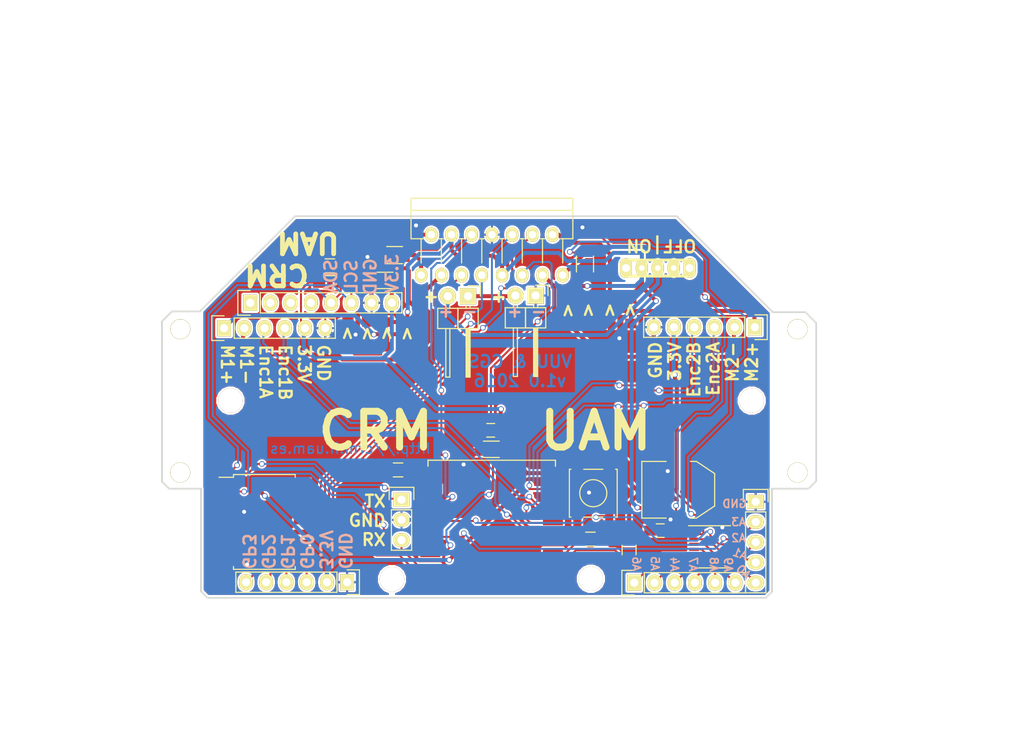
<source format=kicad_pcb>
(kicad_pcb (version 4) (host pcbnew 4.0.2+e4-6225~38~ubuntu15.10.1-stable)
  (layers (0 F.Cu signal hide) (31 B.Cu signal hide) (34 B.Paste user hide) (35 F.Paste user hide) (36 B.SilkS user) (37 F.SilkS user hide) (38 B.Mask user) (39 F.Mask user) (44 Edge.Cuts user))
  (net 0 "")
  (net 1 VDD)
  (net 2 GND)
  (net 3 VCC)
  (net 4 M1+)
  (net 5 M1-)
  (net 6 ENC1_A)
  (net 7 ENC1_B)
  (net 8 M2+)
  (net 9 M2-)
  (net 10 ENC2_A)
  (net 11 ENC2_B)
  (net 12 "Net-(P105-Pad1)")
  (net 13 "Net-(P105-Pad2)")
  (net 14 "Net-(P105-Pad3)")
  (net 15 "Net-(P105-Pad4)")
  (net 16 "Net-(P105-Pad5)")
  (net 17 "Net-(P105-Pad6)")
  (net 18 TX)
  (net 19 RX)
  (net 20 SDA)
  (net 21 SCL)
  (net 22 "Net-(R101-Pad2)")
  (net 23 "Net-(R102-Pad2)")
  (net 24 M1_A)
  (net 25 M1_B)
  (net 26 M2_B)
  (net 27 M2_A)
  (net 28 EN1)
  (net 29 EN2)
  (net 30 "Net-(P108-Pad3)")
  (net 31 "Net-(P108-Pad4)")
  (net 32 "Net-(P108-Pad5)")
  (net 33 "Net-(P108-Pad6)")
  (net 34 "Net-(R103-Pad1)")
  (net 35 CURRENT1)
  (net 36 CURRENT2)
  (net 37 "Net-(P109-Pad2)")
  (net 38 "Net-(P109-Pad3)")
  (net 39 "Net-(P109-Pad4)")
  (net 40 "Net-(P101-Pad2)")
  (net 41 "Net-(P103-Pad2)")
  (net 42 "Net-(P109-Pad5)")
  (module Connect:1pin (layer F.Cu) (at 102.55 85.1)
    (fp_text reference drill8 hide)
    (fp_text value 1pin hide)
    (pad 1 thru_hole circle (at 0 0) (size 3.064 3.064) (drill 3.048) (layers *.Cu *.Mask F.SilkS))
  )
  (module Connect:1pin (layer F.Cu) (at 168 85.1)
    (fp_text reference drill8 hide)
    (fp_text value 1pin hide)
    (pad 1 thru_hole circle (at 0 0) (size 3.064 3.064) (drill 3.048) (layers *.Cu *.Mask F.SilkS))
  )
  (module Connect:1pin (layer F.Cu) (at 113.5 92.25)
    (fp_text reference drill9 hide)
    (fp_text value 1pin hide)
  )
  (module Connect:1pin (layer F.Cu) (at 113 78)
    (fp_text reference drill20 hide)
    (fp_text value 1pin hide)
  )
  (module Connect:1pin (layer F.Cu) (at 97.25 77.25)
    (fp_text reference drill11 hide)
    (fp_text value 1pin hide)
    (pad 1 thru_hole circle (at -1 -1.125) (size 2.5 2.5) (drill 2.4) (layers *.Cu *.Mask F.SilkS))
  )
  (module Connect:1pin (layer F.Cu) (at 97.25 93)
    (fp_text reference drill14 hide)
    (fp_text value 1pin hide)
    (pad 1 thru_hole circle (at -1 1.125) (size 2.5 2.5) (drill 2.4) (layers *.Cu *.Mask F.SilkS))
  )
  (module Connect:1pin (layer F.Cu) (at 173.75 93)
    (fp_text reference drill3 hide)
    (fp_text value 1pin hide)
    (pad 1 thru_hole circle (at 0 1.125) (size 2.5 2.5) (drill 2.4) (layers *.Cu *.Mask F.SilkS))
  )
  (module Connect:1pin (layer F.Cu) (at 173.75 77.25)
    (fp_text reference drill4 hide)
    (fp_text value 1pin hide)
    (pad 1 thru_hole circle (at 0 -1.125) (size 2.5 2.5) (drill 2.4) (layers *.Cu *.Mask F.SilkS))
  )
  (module Connect:1pin (layer F.Cu) (at 147.8026 107.4674)
    (fp_text reference drill7 hide)
    (fp_text value 1pin hide)
    (pad 1 thru_hole circle (at 0 0) (size 3.064 3.064) (drill 3.048) (layers *.Cu *.Mask F.SilkS))
  )
  (module Connect:1pin (layer F.Cu) (at 122.8344 107.5182)
    (fp_text reference drill8 hide)
    (fp_text value 1pin hide)
    (pad 1 thru_hole circle (at 0 0) (size 3.064 3.064) (drill 3.048) (layers *.Cu *.Mask F.SilkS))
  )
  (module Pin_Headers:Pin_Header_Straight_1x06 (layer F.Cu) (at 101.75 76 90)
    (fp_text reference P102 hide)
    (fp_text value CONN_01X06 hide)
    (pad 1 thru_hole rect (at 0 0 90) (size 2.032 1.7272) (drill 1.016) (layers *.Cu *.Mask F.SilkS) (net 4 M1+))
    (pad 2 thru_hole oval (at 0 2.54 90) (size 2.032 1.7272) (drill 1.016) (layers *.Cu *.Mask F.SilkS) (net 5 M1-))
    (pad 3 thru_hole oval (at 0 5.08 90) (size 2.032 1.7272) (drill 1.016) (layers *.Cu *.Mask F.SilkS) (net 6 ENC1_A))
    (pad 4 thru_hole oval (at 0 7.62 90) (size 2.032 1.7272) (drill 1.016) (layers *.Cu *.Mask F.SilkS) (net 7 ENC1_B))
    (pad 5 thru_hole oval (at 0 10.16 90) (size 2.032 1.7272) (drill 1.016) (layers *.Cu *.Mask F.SilkS) (net 1 VDD))
    (pad 6 thru_hole oval (at 0 12.7 90) (size 2.032 1.7272) (drill 1.016) (layers *.Cu *.Mask F.SilkS) (net 2 GND))
  )
  (module Pin_Headers:Pin_Header_Straight_1x06 (layer F.Cu) (at 168.402 75.8825 270)
    (fp_text reference P104 hide)
    (fp_text value CONN_01X06 hide)
    (pad 1 thru_hole rect (at 0 0 270) (size 2.032 1.7272) (drill 1.016) (layers *.Cu *.Mask F.SilkS) (net 8 M2+))
    (pad 2 thru_hole oval (at 0 2.54 270) (size 2.032 1.7272) (drill 1.016) (layers *.Cu *.Mask F.SilkS) (net 9 M2-))
    (pad 3 thru_hole oval (at 0 5.08 270) (size 2.032 1.7272) (drill 1.016) (layers *.Cu *.Mask F.SilkS) (net 10 ENC2_A))
    (pad 4 thru_hole oval (at 0 7.62 270) (size 2.032 1.7272) (drill 1.016) (layers *.Cu *.Mask F.SilkS) (net 11 ENC2_B))
    (pad 5 thru_hole oval (at 0 10.16 270) (size 2.032 1.7272) (drill 1.016) (layers *.Cu *.Mask F.SilkS) (net 1 VDD))
    (pad 6 thru_hole oval (at 0 12.7 270) (size 2.032 1.7272) (drill 1.016) (layers *.Cu *.Mask F.SilkS) (net 2 GND))
  )
  (module Pin_Headers:Pin_Header_Straight_1x03 (layer F.Cu) (at 124.0282 97.536)
    (fp_text reference P106 hide)
    (fp_text value CONN_01X03 hide)
    (pad 1 thru_hole rect (at 0 0) (size 2.032 1.7272) (drill 1.016) (layers *.Cu *.Mask F.SilkS) (net 18 TX))
    (pad 2 thru_hole oval (at 0 2.54) (size 2.032 1.7272) (drill 1.016) (layers *.Cu *.Mask F.SilkS) (net 2 GND))
    (pad 3 thru_hole oval (at 0 5.08) (size 2.032 1.7272) (drill 1.016) (layers *.Cu *.Mask F.SilkS) (net 19 RX))
  )
  (module TO_SOT_Packages_SMD:SOT-223 (layer F.Cu) (at 158.7754 96.2914 270)
    (fp_text reference U1 hide)
    (fp_text value LD1117S33TR)
    (pad 4 smd rect (at 0 -3.302 270) (size 3.6576 2.032) (layers F.Cu F.Paste F.Mask))
    (pad 2 smd rect (at 0 3.302 270) (size 1.016 2.032) (layers F.Cu F.Paste F.Mask) (net 1 VDD))
    (pad 3 smd rect (at 2.286 3.302 270) (size 1.016 2.032) (layers F.Cu F.Paste F.Mask) (net 3 VCC))
    (pad 1 smd rect (at -2.286 3.302 270) (size 1.016 2.032) (layers F.Cu F.Paste F.Mask) (net 2 GND))
  )
  (module ESP8266:ESP-12 (layer F.Cu) (at 142.3416 108.204 180)
    (fp_text reference U102 hide)
    (fp_text value ESP-12)
    (pad 1 smd rect (at 0 0 180) (size 2.5 1.1) (drill (offset -0.7 0)) (layers F.Cu F.Paste F.Mask) (net 23 "Net-(R102-Pad2)"))
    (pad 2 smd rect (at 0 2 180) (size 2.5 1.1) (drill (offset -0.7 0)) (layers F.Cu F.Paste F.Mask))
    (pad 3 smd rect (at 0 4 180) (size 2.5 1.1) (drill (offset -0.7 0)) (layers F.Cu F.Paste F.Mask) (net 22 "Net-(R101-Pad2)"))
    (pad 4 smd rect (at 0 6 180) (size 2.5 1.1) (drill (offset -0.7 0)) (layers F.Cu F.Paste F.Mask) (net 6 ENC1_A))
    (pad 5 smd rect (at 0 8 180) (size 2.5 1.1) (drill (offset -0.7 0)) (layers F.Cu F.Paste F.Mask) (net 10 ENC2_A))
    (pad 6 smd rect (at 0 10 180) (size 2.5 1.1) (drill (offset -0.7 0)) (layers F.Cu F.Paste F.Mask) (net 7 ENC1_B))
    (pad 7 smd rect (at 0 12 180) (size 2.5 1.1) (drill (offset -0.7 0)) (layers F.Cu F.Paste F.Mask) (net 11 ENC2_B))
    (pad 8 smd rect (at 0 14 180) (size 2.5 1.1) (drill (offset -0.7 0)) (layers F.Cu F.Paste F.Mask) (net 1 VDD))
    (pad 9 smd rect (at 14 14 180) (size 2.5 1.1) (drill (offset 0.7 0)) (layers F.Cu F.Paste F.Mask) (net 2 GND))
    (pad 10 smd rect (at 14 12 180) (size 2.5 1.1) (drill (offset 0.6 0)) (layers F.Cu F.Paste F.Mask) (net 34 "Net-(R103-Pad1)"))
    (pad 11 smd rect (at 14 10 180) (size 2.5 1.1) (drill (offset 0.7 0)) (layers F.Cu F.Paste F.Mask) (net 28 EN1))
    (pad 12 smd rect (at 14 8 180) (size 2.5 1.1) (drill (offset 0.7 0)) (layers F.Cu F.Paste F.Mask) (net 21 SCL))
    (pad 13 smd rect (at 14 6 180) (size 2.5 1.1) (drill (offset 0.7 0)) (layers F.Cu F.Paste F.Mask) (net 20 SDA))
    (pad 14 smd rect (at 14 4 180) (size 2.5 1.1) (drill (offset 0.7 0)) (layers F.Cu F.Paste F.Mask) (net 29 EN2))
    (pad 15 smd rect (at 14 2 180) (size 2.5 1.1) (drill (offset 0.7 0)) (layers F.Cu F.Paste F.Mask) (net 19 RX))
    (pad 16 smd rect (at 14 0 180) (size 2.5 1.1) (drill (offset 0.7 0)) (layers F.Cu F.Paste F.Mask) (net 18 TX))
  )
  (module Housings_SOIC:SOIC-18_7.5x11.6mm_Pitch1.27mm (layer F.Cu) (at 106.807 100.33)
    (fp_text reference U104 hide)
    (fp_text value MCP23008 hide)
    (pad 1 smd rect (at -4.7 -5.08) (size 2 0.6) (layers F.Cu F.Paste F.Mask) (net 21 SCL))
    (pad 2 smd rect (at -4.7 -3.81) (size 2 0.6) (layers F.Cu F.Paste F.Mask) (net 20 SDA))
    (pad 3 smd rect (at -4.7 -2.54) (size 2 0.6) (layers F.Cu F.Paste F.Mask) (net 1 VDD))
    (pad 4 smd rect (at -4.7 -1.27) (size 2 0.6) (layers F.Cu F.Paste F.Mask) (net 2 GND))
    (pad 5 smd rect (at -4.7 0) (size 2 0.6) (layers F.Cu F.Paste F.Mask) (net 2 GND))
    (pad 6 smd rect (at -4.7 1.27) (size 2 0.6) (layers F.Cu F.Paste F.Mask) (net 1 VDD))
    (pad 7 smd rect (at -4.7 2.54) (size 2 0.6) (layers F.Cu F.Paste F.Mask))
    (pad 8 smd rect (at -4.7 3.81) (size 2 0.6) (layers F.Cu F.Paste F.Mask))
    (pad 9 smd rect (at -4.7 5.08) (size 2 0.6) (layers F.Cu F.Paste F.Mask) (net 2 GND))
    (pad 10 smd rect (at 4.7 5.08) (size 2 0.6) (layers F.Cu F.Paste F.Mask) (net 30 "Net-(P108-Pad3)"))
    (pad 11 smd rect (at 4.7 3.81) (size 2 0.6) (layers F.Cu F.Paste F.Mask) (net 31 "Net-(P108-Pad4)"))
    (pad 12 smd rect (at 4.7 2.54) (size 2 0.6) (layers F.Cu F.Paste F.Mask) (net 32 "Net-(P108-Pad5)"))
    (pad 13 smd rect (at 4.7 1.27) (size 2 0.6) (layers F.Cu F.Paste F.Mask) (net 33 "Net-(P108-Pad6)"))
    (pad 14 smd rect (at 4.7 0) (size 2 0.6) (layers F.Cu F.Paste F.Mask) (net 26 M2_B))
    (pad 15 smd rect (at 4.7 -1.27) (size 2 0.6) (layers F.Cu F.Paste F.Mask) (net 27 M2_A))
    (pad 16 smd rect (at 4.7 -2.54) (size 2 0.6) (layers F.Cu F.Paste F.Mask) (net 25 M1_B))
    (pad 17 smd rect (at 4.7 -3.81) (size 2 0.6) (layers F.Cu F.Paste F.Mask) (net 24 M1_A))
    (pad 18 smd rect (at 4.7 -5.08) (size 2 0.6) (layers F.Cu F.Paste F.Mask) (net 1 VDD))
  )
  (module Pin_Headers:Pin_Header_Straight_1x06 (layer F.Cu) (at 117.1956 107.8992 270)
    (fp_text reference P108 hide)
    (fp_text value CONN_PINES_DIG hide)
    (pad 1 thru_hole rect (at 0 0 270) (size 2.032 1.7272) (drill 1.016) (layers *.Cu *.Mask F.SilkS) (net 2 GND))
    (pad 2 thru_hole oval (at 0 2.54 270) (size 2.032 1.7272) (drill 1.016) (layers *.Cu *.Mask F.SilkS) (net 1 VDD))
    (pad 3 thru_hole oval (at 0 5.08 270) (size 2.032 1.7272) (drill 1.016) (layers *.Cu *.Mask F.SilkS) (net 30 "Net-(P108-Pad3)"))
    (pad 4 thru_hole oval (at 0 7.62 270) (size 2.032 1.7272) (drill 1.016) (layers *.Cu *.Mask F.SilkS) (net 31 "Net-(P108-Pad4)"))
    (pad 5 thru_hole oval (at 0 10.16 270) (size 2.032 1.7272) (drill 1.016) (layers *.Cu *.Mask F.SilkS) (net 32 "Net-(P108-Pad5)"))
    (pad 6 thru_hole oval (at 0 12.7 270) (size 2.032 1.7272) (drill 1.016) (layers *.Cu *.Mask F.SilkS) (net 33 "Net-(P108-Pad6)"))
  )
  (module Capacitors_SMD:C_1206 (layer F.Cu) (at 135.3058 91.2114 180)
    (fp_text reference C1 hide)
    (fp_text value 10u)
    (pad 1 smd rect (at -1.5 0 180) (size 1 1.6) (layers F.Cu F.Paste F.Mask) (net 1 VDD))
    (pad 2 smd rect (at 1.5 0 180) (size 1 1.6) (layers F.Cu F.Paste F.Mask) (net 2 GND))
  )
  (module Buttons_Switches_SMD:SW_SPST_EVPBF (layer F.Cu) (at 148.1074 96.7232 270)
    (fp_text reference SW101 hide)
    (fp_text value SW_PUSH_SMALL)
    (pad 1 smd rect (at 2.875 -2 270) (size 2.75 1) (layers F.Cu F.Paste F.Mask) (net 21 SCL))
    (pad 1 smd rect (at -2.875 -2 270) (size 2.75 1) (layers F.Cu F.Paste F.Mask) (net 21 SCL))
    (pad 2 smd rect (at -2.875 2 270) (size 2.75 1) (layers F.Cu F.Paste F.Mask) (net 2 GND))
    (pad 2 smd rect (at 2.875 2 270) (size 2.75 1) (layers F.Cu F.Paste F.Mask) (net 2 GND))
  )
  (module TO_SOT_Packages_THT:Multiwatt_15_Vertical (layer F.Cu) (at 126.492 69.342)
    (fp_text reference IC101 hide)
    (fp_text value L298)
    (pad 1 thru_hole oval (at 0 0) (size 1.524 1.824) (drill 0.95) (layers *.Cu *.Mask F.SilkS) (net 35 CURRENT1))
    (pad 2 thru_hole oval (at 1.27 -5.08) (size 1.524 1.824) (drill 0.95) (layers *.Cu *.Mask F.SilkS) (net 4 M1+))
    (pad 3 thru_hole oval (at 2.54 0) (size 1.524 1.824) (drill 0.95) (layers *.Cu *.Mask F.SilkS) (net 5 M1-))
    (pad 4 thru_hole oval (at 3.81 -5.08) (size 1.524 1.824) (drill 0.95) (layers *.Cu *.Mask F.SilkS) (net 3 VCC))
    (pad 5 thru_hole oval (at 5.08 0) (size 1.524 1.824) (drill 0.95) (layers *.Cu *.Mask F.SilkS) (net 24 M1_A))
    (pad 6 thru_hole oval (at 6.35 -5.08) (size 1.524 1.824) (drill 0.95) (layers *.Cu *.Mask F.SilkS) (net 28 EN1))
    (pad 7 thru_hole oval (at 7.62 0) (size 1.524 1.824) (drill 0.95) (layers *.Cu *.Mask F.SilkS) (net 25 M1_B))
    (pad 8 thru_hole oval (at 8.89 -5.08) (size 1.524 1.824) (drill 0.95) (layers *.Cu *.Mask F.SilkS) (net 2 GND))
    (pad 9 thru_hole oval (at 10.16 0) (size 1.524 1.824) (drill 0.95) (layers *.Cu *.Mask F.SilkS) (net 3 VCC))
    (pad 10 thru_hole oval (at 11.43 -5.08) (size 1.524 1.824) (drill 0.95) (layers *.Cu *.Mask F.SilkS) (net 27 M2_A))
    (pad 11 thru_hole oval (at 12.7 0) (size 1.524 1.824) (drill 0.95) (layers *.Cu *.Mask F.SilkS) (net 29 EN2))
    (pad 12 thru_hole oval (at 13.97 -5.08) (size 1.524 1.824) (drill 0.95) (layers *.Cu *.Mask F.SilkS) (net 26 M2_B))
    (pad 13 thru_hole oval (at 15.24 0) (size 1.524 1.824) (drill 0.95) (layers *.Cu *.Mask F.SilkS) (net 9 M2-))
    (pad 14 thru_hole oval (at 16.51 -5.08) (size 1.524 1.824) (drill 0.95) (layers *.Cu *.Mask F.SilkS) (net 8 M2+))
    (pad 15 thru_hole oval (at 17.78 0) (size 1.524 1.824) (drill 0.95) (layers *.Cu *.Mask F.SilkS) (net 36 CURRENT2))
  )
  (module Resistors_SMD:R_1206 (layer F.Cu) (at 123.1646 66.8274 180)
    (fp_text reference R106 hide)
    (fp_text value 0.5)
    (pad 1 smd rect (at -1.45 0 180) (size 0.9 1.7) (layers F.Cu F.Paste F.Mask) (net 35 CURRENT1))
    (pad 2 smd rect (at 1.45 0 180) (size 0.9 1.7) (layers F.Cu F.Paste F.Mask) (net 2 GND))
  )
  (module Resistors_SMD:R_1206 (layer F.Cu) (at 147.066 67.945 270)
    (fp_text reference R107 hide)
    (fp_text value 0.5)
    (pad 1 smd rect (at -1.45 0 270) (size 0.9 1.7) (layers F.Cu F.Paste F.Mask) (net 36 CURRENT2))
    (pad 2 smd rect (at 1.45 0 270) (size 0.9 1.7) (layers F.Cu F.Paste F.Mask) (net 2 GND))
  )
  (module Capacitors_SMD:C_0805_HandSoldering (layer F.Cu) (at 135.2296 88.8238)
    (fp_text reference C102 hide)
    (fp_text value 0.1u)
    (pad 1 smd rect (at -1.25 0) (size 1.5 1.25) (layers F.Cu F.Paste F.Mask) (net 2 GND))
    (pad 2 smd rect (at 1.25 0) (size 1.5 1.25) (layers F.Cu F.Paste F.Mask) (net 1 VDD))
  )
  (module diodos_smd:SMD_D_SMA-Sub-2 (layer F.Cu) (at 122.2248 76.7842 270)
    (fp_text reference D102 hide)
    (fp_text value D)
    (pad 1 smd rect (at -1.55 0 270) (size 1.2 1.4) (layers F.Cu F.Paste F.Mask) (net 3 VCC))
    (pad 2 smd rect (at 1.55 0 270) (size 1.2 1.4) (layers F.Cu F.Paste F.Mask) (net 4 M1+))
  )
  (module diodos_smd:SMD_D_SMA-Sub-2 (layer F.Cu) (at 119.761 76.7588 270)
    (fp_text reference D103 hide)
    (fp_text value D)
    (pad 1 smd rect (at -1.55 0 270) (size 1.2 1.4) (layers F.Cu F.Paste F.Mask) (net 4 M1+))
    (pad 2 smd rect (at 1.55 0 270) (size 1.2 1.4) (layers F.Cu F.Paste F.Mask) (net 2 GND))
  )
  (module diodos_smd:SMD_D_SMA-Sub-2 (layer F.Cu) (at 124.7648 76.7842 270)
    (fp_text reference D104 hide)
    (fp_text value D)
    (pad 1 smd rect (at -1.55 0 270) (size 1.2 1.4) (layers F.Cu F.Paste F.Mask) (net 3 VCC))
    (pad 2 smd rect (at 1.55 0 270) (size 1.2 1.4) (layers F.Cu F.Paste F.Mask) (net 5 M1-))
  )
  (module diodos_smd:SMD_D_SMA-Sub-2 (layer F.Cu) (at 117.2972 76.7842 270)
    (fp_text reference D105 hide)
    (fp_text value D)
    (pad 1 smd rect (at -1.55 0 270) (size 1.2 1.4) (layers F.Cu F.Paste F.Mask) (net 5 M1-))
    (pad 2 smd rect (at 1.55 0 270) (size 1.2 1.4) (layers F.Cu F.Paste F.Mask) (net 2 GND))
  )
  (module diodos_smd:SMD_D_SMA-Sub-2 (layer F.Cu) (at 144.9832 73.8886 270)
    (fp_text reference D106 hide)
    (fp_text value D)
    (pad 1 smd rect (at -1.55 0 270) (size 1.2 1.4) (layers F.Cu F.Paste F.Mask) (net 3 VCC))
    (pad 2 smd rect (at 1.55 0 270) (size 1.2 1.4) (layers F.Cu F.Paste F.Mask) (net 9 M2-))
  )
  (module diodos_smd:SMD_D_SMA-Sub-2 (layer F.Cu) (at 147.5486 73.8632 270)
    (fp_text reference D107 hide)
    (fp_text value D)
    (pad 1 smd rect (at -1.55 0 270) (size 1.2 1.4) (layers F.Cu F.Paste F.Mask) (net 9 M2-))
    (pad 2 smd rect (at 1.55 0 270) (size 1.2 1.4) (layers F.Cu F.Paste F.Mask) (net 2 GND))
  )
  (module diodos_smd:SMD_D_SMA-Sub-2 (layer F.Cu) (at 152.8318 73.8632 270)
    (fp_text reference D108 hide)
    (fp_text value D)
    (pad 1 smd rect (at -1.55 0 270) (size 1.2 1.4) (layers F.Cu F.Paste F.Mask) (net 3 VCC))
    (pad 2 smd rect (at 1.55 0 270) (size 1.2 1.4) (layers F.Cu F.Paste F.Mask) (net 8 M2+))
  )
  (module diodos_smd:SMD_D_SMA-Sub-2 (layer F.Cu) (at 150.1902 73.8378 270)
    (fp_text reference D109 hide)
    (fp_text value D)
    (pad 1 smd rect (at -1.55 0 270) (size 1.2 1.4) (layers F.Cu F.Paste F.Mask) (net 8 M2+))
    (pad 2 smd rect (at 1.55 0 270) (size 1.2 1.4) (layers F.Cu F.Paste F.Mask) (net 2 GND))
  )
  (module Resistors_SMD:R_0805_HandSoldering (layer F.Cu) (at 147.7518 102.489 180)
    (fp_text reference R101 hide)
    (fp_text value 10k)
    (pad 1 smd rect (at -1.35 0 180) (size 1.5 1.3) (layers F.Cu F.Paste F.Mask) (net 1 VDD))
    (pad 2 smd rect (at 1.35 0 180) (size 1.5 1.3) (layers F.Cu F.Paste F.Mask) (net 22 "Net-(R101-Pad2)"))
  )
  (module Resistors_SMD:R_0805_HandSoldering (layer F.Cu) (at 152.6032 103.8606 270)
    (fp_text reference R102 hide)
    (fp_text value 10k)
    (pad 1 smd rect (at -1.35 0 270) (size 1.5 1.3) (layers F.Cu F.Paste F.Mask) (net 1 VDD))
    (pad 2 smd rect (at 1.35 0 270) (size 1.5 1.3) (layers F.Cu F.Paste F.Mask) (net 23 "Net-(R102-Pad2)"))
  )
  (module Resistors_SMD:R_0805_HandSoldering (layer F.Cu) (at 123.5964 93.8022)
    (fp_text reference R103 hide)
    (fp_text value 10k)
    (pad 1 smd rect (at -1.35 0) (size 1.5 1.3) (layers F.Cu F.Paste F.Mask) (net 34 "Net-(R103-Pad1)"))
    (pad 2 smd rect (at 1.35 0) (size 1.5 1.3) (layers F.Cu F.Paste F.Mask) (net 2 GND))
  )
  (module Capacitors_SMD:C_0805_HandSoldering (layer F.Cu) (at 156.5148 101.4222)
    (fp_text reference C2 hide)
    (fp_text value 100n)
    (pad 1 smd rect (at -1.25 0) (size 1.5 1.25) (layers F.Cu F.Paste F.Mask) (net 3 VCC))
    (pad 2 smd rect (at 1.25 0) (size 1.5 1.25) (layers F.Cu F.Paste F.Mask) (net 2 GND))
  )
  (module Capacitors_SMD:C_1206 (layer F.Cu) (at 121.9708 70.0024 180)
    (fp_text reference C101 hide)
    (fp_text value 10u)
    (pad 1 smd rect (at -1.5 0 180) (size 1 1.6) (layers F.Cu F.Paste F.Mask) (net 1 VDD))
    (pad 2 smd rect (at 1.5 0 180) (size 1 1.6) (layers F.Cu F.Paste F.Mask) (net 2 GND))
  )
  (module Housings_SSOP:SSOP-16_3.9x4.9mm_Pitch0.635mm (layer F.Cu) (at 163.3474 103.4542)
    (fp_text reference U103 hide)
    (fp_text value MAX11605EEE+)
    (pad 1 smd rect (at -2.6 -2.2225) (size 1.2 0.4) (layers F.Cu F.Paste F.Mask) (net 35 CURRENT1))
    (pad 2 smd rect (at -2.6 -1.5875) (size 1.2 0.4) (layers F.Cu F.Paste F.Mask) (net 36 CURRENT2))
    (pad 3 smd rect (at -2.6 -0.9525) (size 1.2 0.4) (layers F.Cu F.Paste F.Mask) (net 17 "Net-(P105-Pad6)"))
    (pad 4 smd rect (at -2.6 -0.3175) (size 1.2 0.4) (layers F.Cu F.Paste F.Mask) (net 16 "Net-(P105-Pad5)"))
    (pad 5 smd rect (at -2.6 0.3175) (size 1.2 0.4) (layers F.Cu F.Paste F.Mask) (net 15 "Net-(P105-Pad4)"))
    (pad 6 smd rect (at -2.6 0.9525) (size 1.2 0.4) (layers F.Cu F.Paste F.Mask) (net 12 "Net-(P105-Pad1)"))
    (pad 7 smd rect (at -2.6 1.5875) (size 1.2 0.4) (layers F.Cu F.Paste F.Mask) (net 13 "Net-(P105-Pad2)"))
    (pad 8 smd rect (at -2.6 2.2225) (size 1.2 0.4) (layers F.Cu F.Paste F.Mask) (net 14 "Net-(P105-Pad3)"))
    (pad 9 smd rect (at 2.6 2.2225) (size 1.2 0.4) (layers F.Cu F.Paste F.Mask) (net 42 "Net-(P109-Pad5)"))
    (pad 10 smd rect (at 2.6 1.5875) (size 1.2 0.4) (layers F.Cu F.Paste F.Mask) (net 39 "Net-(P109-Pad4)"))
    (pad 11 smd rect (at 2.6 0.9525) (size 1.2 0.4) (layers F.Cu F.Paste F.Mask) (net 38 "Net-(P109-Pad3)"))
    (pad 12 smd rect (at 2.6 0.3175) (size 1.2 0.4) (layers F.Cu F.Paste F.Mask) (net 37 "Net-(P109-Pad2)"))
    (pad 13 smd rect (at 2.6 -0.3175) (size 1.2 0.4) (layers F.Cu F.Paste F.Mask) (net 21 SCL))
    (pad 14 smd rect (at 2.6 -0.9525) (size 1.2 0.4) (layers F.Cu F.Paste F.Mask) (net 20 SDA))
    (pad 15 smd rect (at 2.6 -1.5875) (size 1.2 0.4) (layers F.Cu F.Paste F.Mask) (net 2 GND))
    (pad 16 smd rect (at 2.6 -2.2225) (size 1.2 0.4) (layers F.Cu F.Paste F.Mask) (net 1 VDD))
  )
  (module Resistors_SMD:R_0805_HandSoldering (layer F.Cu) (at 115.0366 68.1736 180)
    (fp_text reference R104 hide)
    (fp_text value 4.7k)
    (pad 1 smd rect (at -1.35 0 180) (size 1.5 1.3) (layers F.Cu F.Paste F.Mask) (net 21 SCL))
    (pad 2 smd rect (at 1.35 0 180) (size 1.5 1.3) (layers F.Cu F.Paste F.Mask) (net 1 VDD))
  )
  (module Resistors_SMD:R_0805_HandSoldering (layer F.Cu) (at 115.0366 70.2818 180)
    (fp_text reference R105 hide)
    (fp_text value 4.7k)
    (pad 1 smd rect (at -1.35 0 180) (size 1.5 1.3) (layers F.Cu F.Paste F.Mask) (net 20 SDA))
    (pad 2 smd rect (at 1.35 0 180) (size 1.5 1.3) (layers F.Cu F.Paste F.Mask) (net 1 VDD))
  )
  (module Pin_Headers:Pin_Header_Angled_1x02 (layer F.Cu) (at 140.8684 71.9074 270)
    (fp_text reference P101 hide)
    (fp_text value CONN_01X02 hide)
    (pad 1 thru_hole rect (at 0 0 270) (size 2.032 2.032) (drill 1.016) (layers *.Cu *.Mask F.SilkS) (net 2 GND))
    (pad 2 thru_hole oval (at 0 2.54 270) (size 2.032 2.032) (drill 1.016) (layers *.Cu *.Mask F.SilkS) (net 40 "Net-(P101-Pad2)"))
  )
  (module Pin_Headers:Pin_Header_Angled_1x02 (layer F.Cu) (at 132.3848 71.9836 270)
    (fp_text reference P103 hide)
    (fp_text value CONN_01X02 hide)
    (pad 1 thru_hole rect (at 0 0 270) (size 2.032 2.032) (drill 1.016) (layers *.Cu *.Mask F.SilkS) (net 40 "Net-(P101-Pad2)"))
    (pad 2 thru_hole oval (at 0 2.54 270) (size 2.032 2.032) (drill 1.016) (layers *.Cu *.Mask F.SilkS) (net 41 "Net-(P103-Pad2)"))
  )
  (module Pin_Headers:Pin_Header_Straight_1x06 (layer F.Cu) (at 153.2474 107.962 90)
    (fp_text reference P105 hide)
    (fp_text value CONN_01X06 hide)
    (pad 1 thru_hole rect (at 0 0 90) (size 2.032 1.7272) (drill 1.016) (layers *.Cu *.Mask F.SilkS) (net 12 "Net-(P105-Pad1)"))
    (pad 2 thru_hole oval (at 0 2.54 90) (size 2.032 1.7272) (drill 1.016) (layers *.Cu *.Mask F.SilkS) (net 13 "Net-(P105-Pad2)"))
    (pad 3 thru_hole oval (at 0 5.08 90) (size 2.032 1.7272) (drill 1.016) (layers *.Cu *.Mask F.SilkS) (net 14 "Net-(P105-Pad3)"))
    (pad 4 thru_hole oval (at 0 7.62 90) (size 2.032 1.7272) (drill 1.016) (layers *.Cu *.Mask F.SilkS) (net 15 "Net-(P105-Pad4)"))
    (pad 5 thru_hole oval (at 0 10.16 90) (size 2.032 1.7272) (drill 1.016) (layers *.Cu *.Mask F.SilkS) (net 16 "Net-(P105-Pad5)"))
    (pad 6 thru_hole oval (at 0 12.7 90) (size 2.032 1.7272) (drill 1.016) (layers *.Cu *.Mask F.SilkS) (net 17 "Net-(P105-Pad6)"))
  )
  (module Socket_Strips:Socket_Strip_Straight_1x08 (layer F.Cu) (at 105.029 72.8218)
    (fp_text reference P107 hide)
    (fp_text value CONN_I2C_MPU6050 hide)
    (pad 1 thru_hole rect (at 0 0) (size 1.7272 2.032) (drill 1.016) (layers *.Cu *.Mask F.SilkS))
    (pad 2 thru_hole oval (at 2.54 0) (size 1.7272 2.032) (drill 1.016) (layers *.Cu *.Mask F.SilkS))
    (pad 3 thru_hole oval (at 5.08 0) (size 1.7272 2.032) (drill 1.016) (layers *.Cu *.Mask F.SilkS))
    (pad 4 thru_hole oval (at 7.62 0) (size 1.7272 2.032) (drill 1.016) (layers *.Cu *.Mask F.SilkS))
    (pad 5 thru_hole oval (at 10.16 0) (size 1.7272 2.032) (drill 1.016) (layers *.Cu *.Mask F.SilkS) (net 20 SDA))
    (pad 6 thru_hole oval (at 12.7 0) (size 1.7272 2.032) (drill 1.016) (layers *.Cu *.Mask F.SilkS) (net 21 SCL))
    (pad 7 thru_hole oval (at 15.24 0) (size 1.7272 2.032) (drill 1.016) (layers *.Cu *.Mask F.SilkS) (net 2 GND))
    (pad 8 thru_hole oval (at 17.78 0) (size 1.7272 2.032) (drill 1.016) (layers *.Cu *.Mask F.SilkS) (net 1 VDD))
  )
  (module switch:switch_power_custom (layer F.Cu) (at 156.21 68.453)
    (fp_text reference SW102 hide)
    (fp_text value SWITCH_INV hide)
    (pad 1 thru_hole oval (at -2 0) (size 1.5 2) (drill 0.7) (layers *.Cu *.Mask F.SilkS) (net 3 VCC))
    (pad 2 thru_hole oval (at 0 0) (size 1.5 2) (drill 0.7) (layers *.Cu *.Mask F.SilkS) (net 41 "Net-(P103-Pad2)"))
    (pad 3 thru_hole oval (at 2 0) (size 1.5 2) (drill 0.7) (layers *.Cu *.Mask F.SilkS))
    (pad "" thru_hole oval (at 4 0) (size 1.5 2.5) (drill 1) (layers *.Cu *.Mask F.SilkS))
    (pad "" thru_hole oval (at -4 0) (size 1.5 2.5) (drill 1) (layers *.Cu *.Mask F.SilkS))
  )
  (module Pin_Headers:Pin_Header_Straight_1x05 (layer F.Cu) (at 168.5 97.8)
    (fp_text reference P109 hide)
    (fp_text value CONN_01X05 hide)
    (pad 1 thru_hole rect (at 0 0) (size 2.032 1.7272) (drill 1.016) (layers *.Cu *.Mask F.SilkS) (net 2 GND))
    (pad 2 thru_hole oval (at 0 2.54) (size 2.032 1.7272) (drill 1.016) (layers *.Cu *.Mask F.SilkS) (net 37 "Net-(P109-Pad2)"))
    (pad 3 thru_hole oval (at 0 5.08) (size 2.032 1.7272) (drill 1.016) (layers *.Cu *.Mask F.SilkS) (net 38 "Net-(P109-Pad3)"))
    (pad 4 thru_hole oval (at 0 7.62) (size 2.032 1.7272) (drill 1.016) (layers *.Cu *.Mask F.SilkS) (net 39 "Net-(P109-Pad4)"))
    (pad 5 thru_hole oval (at 0 10.16) (size 2.032 1.7272) (drill 1.016) (layers *.Cu *.Mask F.SilkS) (net 42 "Net-(P109-Pad5)"))
  )
  (gr_text GND (at 165.85 98.05) (layer B.SilkS) (effects (font (size 1 1) (thickness 0.2)) (justify mirror)))
  (gr_text "CRM    UAM" (at 134.5 88.9) (layer F.SilkS) (effects (font (size 4.5 4.5) (thickness 0.875))))
  (gr_text http://crm.ii.uam.es (at 117.6 91.1) (layer B.Cu) (effects (font (size 1.3 1.3) (thickness 0.2)) (justify mirror)))
  (gr_text "VUU & CGS\nv1.0 2016" (at 138.9 81.4) (layer B.Cu) (effects (font (size 1.5 1.5) (thickness 0.3)) (justify mirror)))
  (gr_text "  CRM\nUAM" (at 116.5 67.3 180) (layer F.SilkS) (effects (font (size 2.5 2.5) (thickness 0.6)) (justify left)))
  (gr_line (start 110.65 61.95) (end 158.6 61.95) (angle 90) (layer Edge.Cuts) (width 0.2))
  (gr_line (start 170.65 74) (end 158.6 61.95) (angle 90) (layer Edge.Cuts) (width 0.2))
  (gr_line (start 98.75 73.85) (end 110.65 61.95) (angle 90) (layer Edge.Cuts) (width 0.2))
  (gr_text > (at 152.85 73.7 270) (layer F.SilkS) (effects (font (size 1.5 1.5) (thickness 0.3)) (justify mirror)))
  (gr_text > (at 150.3 73.75 270) (layer F.SilkS) (effects (font (size 1.5 1.5) (thickness 0.3)) (justify mirror)))
  (gr_text > (at 147.6 73.75 270) (layer F.SilkS) (effects (font (size 1.5 1.5) (thickness 0.3)) (justify mirror)))
  (gr_text > (at 145.05 73.8 270) (layer F.SilkS) (effects (font (size 1.5 1.5) (thickness 0.3)) (justify mirror)))
  (gr_text > (at 117.35 76.65 270) (layer F.SilkS) (effects (font (size 1.5 1.5) (thickness 0.3)) (justify mirror)))
  (gr_text > (at 119.85 76.7 270) (layer F.SilkS) (effects (font (size 1.5 1.5) (thickness 0.3)) (justify mirror)))
  (gr_text > (at 122.3 76.65 270) (layer F.SilkS) (effects (font (size 1.5 1.5) (thickness 0.3)) (justify mirror)))
  (gr_text > (at 124.85 76.7 270) (layer F.SilkS) (effects (font (size 1.5 1.5) (thickness 0.3)) (justify mirror)))
  (gr_text + (at 136.25 72) (layer F.SilkS) (effects (font (size 1.5 1.5) (thickness 0.3)) (justify mirror)))
  (gr_text + (at 127.75 72) (layer F.SilkS) (effects (font (size 1.5 1.5) (thickness 0.3)) (justify mirror)))
  (gr_text "+ -" (at 139.75 74.1 180) (layer B.SilkS) (effects (font (size 1.5 1.5) (thickness 0.3)) (justify mirror)))
  (gr_text "+ -" (at 131.1 74.1 180) (layer B.SilkS) (effects (font (size 1.5 1.5) (thickness 0.3)) (justify mirror)))
  (gr_text "TX\nGND\nRX" (at 122.2 100.15) (layer F.SilkS) (effects (font (size 1.5 1.5) (thickness 0.3)) (justify right)))
  (gr_text "GND\n3.3V\nGP0\nGP1\nGP2\nGP3" (at 110.9 106.45 270) (layer B.SilkS) (effects (font (size 1.5 1.5) (thickness 0.3)) (justify left mirror)))
  (gr_text A6 (at 153.5238 105.5941 270) (layer B.SilkS) (effects (font (size 1 1) (thickness 0.2)) (justify mirror)))
  (gr_text A5 (at 155.85 105.55 270) (layer B.SilkS) (effects (font (size 1 1) (thickness 0.2)) (justify mirror)))
  (gr_text "A4\n" (at 158.3 105.65 270) (layer B.SilkS) (effects (font (size 1 1) (thickness 0.2)) (justify mirror)))
  (gr_text "A7\n" (at 160.65 105.65 270) (layer B.SilkS) (effects (font (size 1 1) (thickness 0.2)) (justify mirror)))
  (gr_text "GND\n3.3V\nEnc1B\nEnc1A\nM1-\nM1+" (at 108.2 77.9 270) (layer F.SilkS) (effects (font (size 1.5 1.5) (thickness 0.3)) (justify left)))
  (gr_text "GND\n3.3V\nEnc2B\nEnc2A\nM2-\nM2+" (at 161.95 77.55 90) (layer F.SilkS) (effects (font (size 1.5 1.5) (thickness 0.3)) (justify right)))
  (gr_text OFF|ON (at 156.65 65.65 180) (layer F.SilkS) (effects (font (size 1.5 1.5) (thickness 0.3))))
  (gr_text 3.3V (at 122.85 69.15 90) (layer B.SilkS) (effects (font (size 1.5 1.5) (thickness 0.3)) (justify mirror)))
  (gr_text GND (at 120.1 69.55 90) (layer B.SilkS) (effects (font (size 1.5 1.5) (thickness 0.3)) (justify mirror)))
  (gr_text SCL (at 117.7 69.5 90) (layer B.SilkS) (effects (font (size 1.5 1.5) (thickness 0.3)) (justify mirror)))
  (gr_text SDA (at 115.15 69.5 90) (layer B.SilkS) (effects (font (size 1.5 1.5) (thickness 0.3)) (justify mirror)))
  (gr_line (start 94.85 96.15) (end 95.15 96.15) (angle 90) (layer Edge.Cuts) (width 0.2))
  (gr_line (start 95.2 73.9) (end 95.5 73.9) (angle 90) (layer Edge.Cuts) (width 0.2))
  (gr_line (start 176.1 75.35) (end 176.1 76.1) (angle 90) (layer Edge.Cuts) (width 0.2))
  (gr_line (start 174.75 74) (end 176.1 75.35) (angle 90) (layer Edge.Cuts) (width 0.2))
  (gr_line (start 170.65 74) (end 174.75 74) (angle 90) (layer Edge.Cuts) (width 0.2))
  (gr_line (start 95.5 73.9) (end 98.75 73.9) (angle 90) (layer Edge.Cuts) (width 0.2))
  (gr_line (start 93.95 75.15) (end 95.2 73.9) (angle 90) (layer Edge.Cuts) (width 0.2))
  (gr_line (start 93.95 95.25) (end 93.95 75.15) (angle 90) (layer Edge.Cuts) (width 0.2))
  (gr_line (start 94.85 96.15) (end 93.95 95.25) (angle 90) (layer Edge.Cuts) (width 0.2))
  (gr_line (start 98.85 96.15) (end 95.15 96.15) (angle 90) (layer Edge.Cuts) (width 0.2))
  (gr_line (start 98.85 109.05) (end 98.85 96.15) (angle 90) (layer Edge.Cuts) (width 0.2))
  (gr_line (start 99.65 109.85) (end 98.85 109.05) (angle 90) (layer Edge.Cuts) (width 0.2))
  (gr_line (start 169.8 109.85) (end 99.65 109.85) (angle 90) (layer Edge.Cuts) (width 0.2))
  (gr_line (start 170.55 109.1) (end 169.8 109.85) (angle 90) (layer Edge.Cuts) (width 0.2))
  (gr_line (start 170.55 96.15) (end 170.55 109.1) (angle 90) (layer Edge.Cuts) (width 0.2))
  (gr_line (start 175.15 96.15) (end 170.55 96.15) (angle 90) (layer Edge.Cuts) (width 0.2))
  (gr_line (start 176.1 95.2) (end 175.15 96.15) (angle 90) (layer Edge.Cuts) (width 0.2))
  (gr_line (start 176.1 75.85) (end 176.1 95.2) (angle 90) (layer Edge.Cuts) (width 0.2))
  (gr_text A0 (at 166.95 106.6 315) (layer B.SilkS) (effects (font (size 1 1) (thickness 0.2)) (justify mirror)))
  (gr_text A1 (at 166.55 104.35 340) (layer B.SilkS) (effects (font (size 1 1) (thickness 0.2)) (justify mirror)))
  (gr_text A2 (at 166.35 102.35) (layer B.SilkS) (effects (font (size 1 1) (thickness 0.2)) (justify mirror)))
  (gr_text A3 (at 166.35 100.35) (layer B.SilkS) (effects (font (size 1 1) (thickness 0.2)) (justify mirror)))
  (gr_text A8 (at 163.25 105.65 270) (layer B.SilkS) (effects (font (size 1 1) (thickness 0.2)) (justify mirror)))
  (gr_text A9 (at 165.05 105.7 270) (layer B.SilkS) (effects (font (size 1 1) (thickness 0.2)) (justify mirror)))
  (segment (start 158.5976 82.7) (end 158.35 82.4524) (width 0.5) (layer F.Cu) (net 1))
  (segment (start 158.35 82.4524) (end 158.35 81.85) (width 0.5) (layer F.Cu) (net 1))
  (segment (start 158.5976 82.9) (end 158.5976 82.7) (width 0.5) (layer F.Cu) (net 1))
  (segment (start 158.2 81.7) (end 158.2 75.8825) (width 0.5) (layer B.Cu) (net 1))
  (via (at 158.35 81.85) (size 0.7) (drill 0.5) (layers F.Cu B.Cu) (net 1))
  (segment (start 158.35 81.85) (end 158.2 81.7) (width 0.5) (layer B.Cu) (net 1))
  (segment (start 158.2 75.8825) (end 158.242 75.8825) (width 0.5) (layer B.Cu) (net 1))
  (segment (start 111.4044 74.2) (end 111.4044 76) (width 0.25) (layer F.Cu) (net 1))
  (segment (start 111.4044 76) (end 111.91 76) (width 0.25) (layer F.Cu) (net 1))
  (segment (start 114.6556 107.8992) (end 114.6556 104.8512) (width 0.5) (layer B.Cu) (net 1))
  (segment (start 106.426 96.6216) (end 106.426 96.5708) (width 0.5) (layer F.Cu) (net 1))
  (segment (start 106.8578 97.0534) (end 106.426 96.6216) (width 0.5) (layer F.Cu) (net 1))
  (via (at 106.8578 97.0534) (size 0.7) (drill 0.5) (layers F.Cu B.Cu) (net 1))
  (segment (start 114.6556 104.8512) (end 106.8578 97.0534) (width 0.5) (layer B.Cu) (net 1))
  (segment (start 165.9474 101.2317) (end 165.9474 100.1106) (width 0.25) (layer F.Cu) (net 1))
  (segment (start 113.6866 70.2818) (end 112.3442 70.2818) (width 0.25) (layer F.Cu) (net 1))
  (segment (start 111.4044 71.2216) (end 111.4044 74.2) (width 0.25) (layer F.Cu) (net 1))
  (segment (start 112.3442 70.2818) (end 111.4044 71.2216) (width 0.25) (layer F.Cu) (net 1))
  (segment (start 102.107 101.6) (end 104.1908 101.6) (width 0.25) (layer F.Cu) (net 1))
  (segment (start 105.2068 100.584) (end 105.2068 97.79) (width 0.25) (layer F.Cu) (net 1))
  (segment (start 104.1908 101.6) (end 105.2068 100.584) (width 0.25) (layer F.Cu) (net 1))
  (segment (start 102.107 97.79) (end 105.2068 97.79) (width 0.25) (layer F.Cu) (net 1))
  (segment (start 107.7468 95.25) (end 111.507 95.25) (width 0.25) (layer F.Cu) (net 1))
  (segment (start 106.426 96.5708) (end 107.7468 95.25) (width 0.25) (layer F.Cu) (net 1))
  (segment (start 105.2068 97.79) (end 106.426 96.5708) (width 0.25) (layer F.Cu) (net 1))
  (segment (start 122.809 72.8218) (end 122.809 70.6642) (width 0.5) (layer F.Cu) (net 1))
  (segment (start 122.809 70.6642) (end 123.4708 70.0024) (width 0.5) (layer F.Cu) (net 1))
  (segment (start 113.6866 70.2818) (end 113.6866 68.1736) (width 0.5) (layer F.Cu) (net 1))
  (segment (start 139.1158 94.742) (end 139.1158 96.012) (width 0.5) (layer F.Cu) (net 1))
  (segment (start 130.0226 105.1052) (end 130.0734 105.1052) (width 0.5) (layer B.Cu) (net 1))
  (via (at 130.0226 105.1052) (size 0.7) (drill 0.5) (layers F.Cu B.Cu) (net 1))
  (segment (start 139.1158 96.012) (end 130.0226 105.1052) (width 0.5) (layer F.Cu) (net 1))
  (segment (start 121.7676 79.7052) (end 121.9708 79.7052) (width 0.5) (layer B.Cu) (net 1))
  (segment (start 136.4796 86.2022) (end 136.4796 88.8238) (width 0.5) (layer F.Cu) (net 1))
  (segment (start 136.525 86.1568) (end 136.4796 86.2022) (width 0.5) (layer F.Cu) (net 1))
  (via (at 136.525 86.1568) (size 0.7) (drill 0.5) (layers F.Cu B.Cu) (net 1))
  (segment (start 128.4224 86.1568) (end 136.525 86.1568) (width 0.5) (layer B.Cu) (net 1))
  (segment (start 121.9708 79.7052) (end 128.4224 86.1568) (width 0.5) (layer B.Cu) (net 1))
  (segment (start 158.5976 89.8906) (end 158.5976 82.9) (width 0.5) (layer F.Cu) (net 1))
  (segment (start 111.76 77.343) (end 111.76 78.3844) (width 0.5) (layer B.Cu) (net 1))
  (segment (start 122.809 78.6638) (end 122.809 72.8218) (width 0.5) (layer B.Cu) (net 1))
  (segment (start 121.6914 79.7814) (end 121.7676 79.7052) (width 0.5) (layer B.Cu) (net 1))
  (segment (start 121.7676 79.7052) (end 122.809 78.6638) (width 0.5) (layer B.Cu) (net 1))
  (segment (start 113.157 79.7814) (end 121.6914 79.7814) (width 0.5) (layer B.Cu) (net 1))
  (segment (start 111.76 78.3844) (end 113.157 79.7814) (width 0.5) (layer B.Cu) (net 1))
  (segment (start 111.76 77.343) (end 111.76 76.9874) (width 0.5) (layer B.Cu) (net 1))
  (segment (start 114.6556 107.8992) (end 114.6556 106.5784) (width 0.5) (layer B.Cu) (net 1))
  (segment (start 114.6556 106.5784) (end 116.1288 105.1052) (width 0.5) (layer B.Cu) (net 1))
  (segment (start 116.1288 105.1052) (end 130.0734 105.1052) (width 0.5) (layer B.Cu) (net 1))
  (segment (start 139.6538 94.204) (end 139.7984 94.204) (width 0.5) (layer F.Cu) (net 1))
  (segment (start 139.1158 94.742) (end 139.6538 94.204) (width 0.5) (layer F.Cu) (net 1))
  (segment (start 142.3416 94.204) (end 142.3416 91.6432) (width 0.5) (layer F.Cu) (net 1))
  (segment (start 152.5016 95.25) (end 153.9367 96.6851) (width 0.5) (layer F.Cu) (net 1))
  (segment (start 152.5016 92.9132) (end 152.5016 95.25) (width 0.5) (layer F.Cu) (net 1))
  (segment (start 150.8252 91.2368) (end 152.5016 92.9132) (width 0.5) (layer F.Cu) (net 1))
  (segment (start 142.748 91.2368) (end 150.8252 91.2368) (width 0.5) (layer F.Cu) (net 1))
  (segment (start 142.3416 91.6432) (end 142.748 91.2368) (width 0.5) (layer F.Cu) (net 1))
  (segment (start 155.4734 96.2914) (end 158.496 96.2914) (width 0.5) (layer F.Cu) (net 1))
  (segment (start 158.5976 96.1898) (end 158.5976 89.8906) (width 0.5) (layer F.Cu) (net 1))
  (segment (start 149.1018 102.489) (end 152.5816 102.489) (width 0.5) (layer F.Cu) (net 1))
  (segment (start 152.5816 102.489) (end 152.6032 102.5106) (width 0.5) (layer F.Cu) (net 1))
  (segment (start 155.4734 96.2914) (end 154.3304 96.2914) (width 0.5) (layer F.Cu) (net 1))
  (segment (start 154.3304 96.2914) (end 153.9367 96.6851) (width 0.5) (layer F.Cu) (net 1))
  (segment (start 152.6032 98.0186) (end 152.6032 102.5106) (width 0.5) (layer F.Cu) (net 1))
  (segment (start 153.9367 96.6851) (end 152.6032 98.0186) (width 0.5) (layer F.Cu) (net 1))
  (segment (start 136.4796 88.8238) (end 136.4796 90.8852) (width 0.5) (layer F.Cu) (net 1))
  (segment (start 136.4796 90.8852) (end 136.8058 91.2114) (width 0.5) (layer F.Cu) (net 1))
  (segment (start 142.3416 94.204) (end 139.7984 94.204) (width 0.5) (layer F.Cu) (net 1))
  (segment (start 139.7984 94.204) (end 136.8058 91.2114) (width 0.5) (layer F.Cu) (net 1))
  (segment (start 165.0619 99.2251) (end 164.3888 98.552) (width 0.25) (layer F.Cu) (net 1))
  (segment (start 164.3888 98.552) (end 160.401 98.552) (width 0.25) (layer F.Cu) (net 1))
  (segment (start 165.9474 100.1106) (end 165.0619 99.2251) (width 0.25) (layer F.Cu) (net 1))
  (segment (start 158.496 96.647) (end 158.496 96.2914) (width 0.25) (layer F.Cu) (net 1))
  (segment (start 160.401 98.552) (end 158.496 96.647) (width 0.25) (layer F.Cu) (net 1))
  (segment (start 158.496 96.2914) (end 158.5976 96.1898) (width 0.5) (layer F.Cu) (net 1))
  (segment (start 121.7146 66.8274) (end 121.7146 64) (width 0.5) (layer F.Cu) (net 2))
  (via (at 146.75 63.35) (size 0.7) (drill 0.5) (layers F.Cu B.Cu) (net 2))
  (segment (start 146.35 63.35) (end 146.75 63.35) (width 0.5) (layer B.Cu) (net 2))
  (segment (start 145.65 62.65) (end 146.35 63.35) (width 0.5) (layer B.Cu) (net 2))
  (segment (start 126.3 62.65) (end 145.65 62.65) (width 0.5) (layer B.Cu) (net 2))
  (segment (start 126.15 62.8) (end 126.3 62.65) (width 0.5) (layer B.Cu) (net 2))
  (segment (start 125.85 63.1) (end 126.15 62.8) (width 0.5) (layer B.Cu) (net 2))
  (via (at 125.85 63.1) (size 0.7) (drill 0.5) (layers F.Cu B.Cu) (net 2))
  (segment (start 125.85 63) (end 125.85 63.1) (width 0.5) (layer F.Cu) (net 2))
  (segment (start 122.7146 63) (end 125.85 63) (width 0.5) (layer F.Cu) (net 2))
  (segment (start 121.7146 64) (end 122.7146 63) (width 0.5) (layer F.Cu) (net 2))
  (segment (start 157.8102 100.0252) (end 157.25 99.465) (width 0.25) (layer B.Cu) (net 2))
  (segment (start 157.25 93.9546) (end 157.4546 93.9546) (width 0.25) (layer B.Cu) (net 2))
  (segment (start 157.25 97.75) (end 157.25 93.9546) (width 0.25) (layer B.Cu) (net 2))
  (segment (start 157.25 99.465) (end 157.25 97.75) (width 0.25) (layer B.Cu) (net 2))
  (segment (start 160.55 100.3046) (end 161.9 100.3046) (width 0.25) (layer B.Cu) (net 2))
  (segment (start 164.3 101.0158) (end 164.3126 101.0158) (width 0.25) (layer B.Cu) (net 2))
  (segment (start 164.3 99.85) (end 164.3 101.0158) (width 0.25) (layer B.Cu) (net 2))
  (segment (start 164 99.55) (end 164.3 99.85) (width 0.25) (layer B.Cu) (net 2))
  (segment (start 162.6546 99.55) (end 164 99.55) (width 0.25) (layer B.Cu) (net 2))
  (segment (start 161.9 100.3046) (end 162.6546 99.55) (width 0.25) (layer B.Cu) (net 2))
  (segment (start 147.066 69.395) (end 148.45 69.395) (width 0.5) (layer F.Cu) (net 2))
  (segment (start 148.85 75.4132) (end 148.7 75.4132) (width 0.5) (layer F.Cu) (net 2))
  (segment (start 148.85 69.795) (end 148.85 75.4132) (width 0.5) (layer F.Cu) (net 2))
  (segment (start 148.45 69.395) (end 148.85 69.795) (width 0.5) (layer F.Cu) (net 2))
  (segment (start 118.2624 76.75) (end 118.2624 76.8096) (width 0.5) (layer B.Cu) (net 2))
  (segment (start 115.2 76.75) (end 118.2624 76.75) (width 0.5) (layer B.Cu) (net 2))
  (segment (start 114.45 76) (end 115.2 76.75) (width 0.5) (layer B.Cu) (net 2))
  (segment (start 155.702 75.8825) (end 155.702 77.2668) (width 0.5) (layer F.Cu) (net 2))
  (segment (start 155.6004 77.2668) (end 151.384 77.2668) (width 0.5) (layer F.Cu) (net 2))
  (segment (start 155.702 77.2668) (end 155.6004 77.2668) (width 0.5) (layer F.Cu) (net 2))
  (segment (start 146.1074 96.647) (end 147.574 96.647) (width 0.25) (layer F.Cu) (net 2))
  (via (at 147.574 96.647) (size 0.7) (drill 0.5) (layers F.Cu B.Cu) (net 2))
  (via (at 151.384 77.2668) (size 0.7) (drill 0.5) (layers F.Cu B.Cu) (net 2))
  (segment (start 151.384 77.2668) (end 151.384 77.216) (width 0.5) (layer B.Cu) (net 2))
  (segment (start 120.4708 67.9185) (end 119.761 67.2087) (width 0.5) (layer F.Cu) (net 2))
  (via (at 119.761 67.056) (size 0.7) (drill 0.5) (layers F.Cu B.Cu) (net 2))
  (segment (start 119.761 67.2087) (end 119.761 67.056) (width 0.5) (layer F.Cu) (net 2))
  (segment (start 102.107 105.41) (end 104.648 105.41) (width 0.25) (layer F.Cu) (net 2))
  (via (at 104.648 105.664) (size 0.7) (drill 0.5) (layers F.Cu B.Cu) (net 2))
  (segment (start 104.648 105.41) (end 104.648 105.664) (width 0.25) (layer F.Cu) (net 2))
  (segment (start 102.107 99.06) (end 104.267 99.06) (width 0.25) (layer F.Cu) (net 2))
  (via (at 104.267 99.06) (size 0.7) (drill 0.5) (layers F.Cu B.Cu) (net 2))
  (segment (start 160.55 100.3046) (end 158.877 100.3046) (width 0.25) (layer B.Cu) (net 2))
  (segment (start 158.5468 100.076) (end 158.496 100.0252) (width 0.25) (layer B.Cu) (net 2))
  (segment (start 158.5976 100.0252) (end 158.5468 100.076) (width 0.25) (layer B.Cu) (net 2))
  (segment (start 158.877 100.3046) (end 158.5976 100.0252) (width 0.25) (layer B.Cu) (net 2))
  (segment (start 165.9474 101.8667) (end 165.1635 101.8667) (width 0.25) (layer F.Cu) (net 2))
  (segment (start 158.496 100.0252) (end 157.8102 100.0252) (width 0.25) (layer B.Cu) (net 2))
  (via (at 164.3126 101.0158) (size 0.7) (drill 0.5) (layers F.Cu B.Cu) (net 2))
  (segment (start 165.1635 101.8667) (end 164.3126 101.0158) (width 0.25) (layer F.Cu) (net 2))
  (segment (start 146.1074 99.5982) (end 146.1074 96.647) (width 0.25) (layer F.Cu) (net 2))
  (segment (start 146.1074 96.647) (end 146.1074 93.8482) (width 0.25) (layer F.Cu) (net 2))
  (segment (start 102.107 99.06) (end 102.107 100.33) (width 0.25) (layer F.Cu) (net 2))
  (segment (start 120.4708 70.0024) (end 120.4708 67.9185) (width 0.5) (layer F.Cu) (net 2))
  (segment (start 120.4708 67.9185) (end 120.4708 68.0712) (width 0.5) (layer F.Cu) (net 2))
  (segment (start 120.4708 68.0712) (end 121.7146 66.8274) (width 0.5) (layer F.Cu) (net 2))
  (segment (start 120.269 72.8218) (end 120.269 70.2042) (width 0.5) (layer F.Cu) (net 2))
  (segment (start 120.269 70.2042) (end 120.4708 70.0024) (width 0.5) (layer F.Cu) (net 2))
  (segment (start 124.0282 100.076) (end 129.159 100.076) (width 0.5) (layer B.Cu) (net 2))
  (segment (start 131.8267 93.1157) (end 131.9015 93.1157) (width 0.5) (layer F.Cu) (net 2))
  (segment (start 131.826 93.1164) (end 131.8267 93.1157) (width 0.5) (layer F.Cu) (net 2))
  (via (at 131.826 93.1164) (size 0.7) (drill 0.5) (layers F.Cu B.Cu) (net 2))
  (segment (start 131.826 97.409) (end 131.826 93.1164) (width 0.5) (layer B.Cu) (net 2))
  (segment (start 129.159 100.076) (end 131.826 97.409) (width 0.5) (layer B.Cu) (net 2))
  (segment (start 128.3416 94.204) (end 130.8132 94.204) (width 0.5) (layer F.Cu) (net 2))
  (segment (start 130.8132 94.204) (end 131.9015 93.1157) (width 0.5) (layer F.Cu) (net 2))
  (segment (start 131.9015 93.1157) (end 133.8058 91.2114) (width 0.5) (layer F.Cu) (net 2))
  (segment (start 155.4734 94.0054) (end 157.4038 94.0054) (width 0.5) (layer F.Cu) (net 2))
  (segment (start 157.7648 100.0706) (end 157.7648 101.4222) (width 0.5) (layer F.Cu) (net 2))
  (segment (start 157.8102 100.0252) (end 157.7648 100.0706) (width 0.5) (layer F.Cu) (net 2))
  (via (at 157.8102 100.0252) (size 0.7) (drill 0.5) (layers F.Cu B.Cu) (net 2))
  (via (at 157.4546 93.9546) (size 0.7) (drill 0.5) (layers F.Cu B.Cu) (net 2))
  (segment (start 157.4038 94.0054) (end 157.4546 93.9546) (width 0.5) (layer F.Cu) (net 2))
  (segment (start 118.5418 78.3088) (end 118.5418 77.089) (width 0.5) (layer F.Cu) (net 2))
  (via (at 118.2624 76.8096) (size 0.7) (drill 0.5) (layers F.Cu B.Cu) (net 2))
  (segment (start 118.5418 77.089) (end 118.2624 76.8096) (width 0.5) (layer F.Cu) (net 2))
  (segment (start 151.384 77.2668) (end 150.114 77.2668) (width 0.5) (layer F.Cu) (net 2))
  (segment (start 150.1902 77.1906) (end 150.1902 75.3878) (width 0.5) (layer F.Cu) (net 2))
  (segment (start 150.114 77.2668) (end 150.1902 77.1906) (width 0.5) (layer F.Cu) (net 2))
  (segment (start 147.5486 75.4132) (end 148.7 75.4132) (width 0.5) (layer F.Cu) (net 2))
  (segment (start 148.7 75.4132) (end 150.1648 75.4132) (width 0.5) (layer F.Cu) (net 2))
  (segment (start 150.1648 75.4132) (end 150.1902 75.3878) (width 0.5) (layer F.Cu) (net 2))
  (segment (start 124.9464 93.8022) (end 127.9398 93.8022) (width 0.5) (layer F.Cu) (net 2))
  (segment (start 127.9398 93.8022) (end 128.3416 94.204) (width 0.5) (layer F.Cu) (net 2))
  (segment (start 133.9796 88.8238) (end 133.9796 91.0376) (width 0.5) (layer F.Cu) (net 2))
  (segment (start 133.9796 91.0376) (end 133.8058 91.2114) (width 0.5) (layer F.Cu) (net 2))
  (segment (start 119.761 78.3088) (end 118.5418 78.3088) (width 0.5) (layer F.Cu) (net 2))
  (segment (start 118.5418 78.3088) (end 117.3226 78.3088) (width 0.5) (layer F.Cu) (net 2))
  (segment (start 117.3226 78.3088) (end 117.2972 78.3342) (width 0.5) (layer F.Cu) (net 2))
  (segment (start 146.9114 69.342) (end 146.939 69.3696) (width 0.5) (layer F.Cu) (net 2))
  (segment (start 146.4 70.7136) (end 147.35 70.7136) (width 0.5) (layer F.Cu) (net 3))
  (segment (start 153.75 70.35) (end 153.75 70.3542) (width 0.5) (layer B.Cu) (net 3))
  (segment (start 153.4 70.7) (end 153.75 70.35) (width 0.5) (layer B.Cu) (net 3))
  (segment (start 147.35 70.7) (end 153.4 70.7) (width 0.5) (layer B.Cu) (net 3))
  (via (at 147.35 70.7) (size 0.7) (drill 0.5) (layers F.Cu B.Cu) (net 3))
  (segment (start 147.35 70.7136) (end 147.35 70.7) (width 0.5) (layer F.Cu) (net 3))
  (segment (start 137.9855 68.0085) (end 139.446 66.548) (width 0.5) (layer B.Cu) (net 3))
  (segment (start 144.78 67.564) (end 145.034 67.564) (width 0.5) (layer B.Cu) (net 3))
  (segment (start 143.764 66.548) (end 144.78 67.564) (width 0.5) (layer B.Cu) (net 3))
  (segment (start 139.446 66.548) (end 143.764 66.548) (width 0.5) (layer B.Cu) (net 3))
  (segment (start 145.034 67.564) (end 149.606 67.564) (width 0.5) (layer B.Cu) (net 3))
  (segment (start 150.622 66.548) (end 151.638 66.548) (width 0.5) (layer B.Cu) (net 3))
  (segment (start 149.606 67.564) (end 150.622 66.548) (width 0.5) (layer B.Cu) (net 3))
  (segment (start 154.21 66.548) (end 151.638 66.548) (width 0.5) (layer B.Cu) (net 3))
  (segment (start 154.21 66.548) (end 154.21 68.453) (width 0.5) (layer B.Cu) (net 3))
  (segment (start 137.9855 68.0085) (end 136.652 69.342) (width 0.5) (layer B.Cu) (net 3))
  (segment (start 154.21 68.453) (end 154.21 70.8218) (width 0.5) (layer F.Cu) (net 3))
  (segment (start 153.6954 98.5774) (end 155.4734 98.5774) (width 0.5) (layer F.Cu) (net 3))
  (segment (start 153.6446 98.5266) (end 153.6954 98.5774) (width 0.5) (layer F.Cu) (net 3))
  (via (at 153.6446 98.5266) (size 0.7) (drill 0.5) (layers F.Cu B.Cu) (net 3))
  (segment (start 152.9334 97.8154) (end 153.6446 98.5266) (width 0.5) (layer B.Cu) (net 3))
  (segment (start 152.9334 75.6412) (end 152.9334 97.8154) (width 0.5) (layer B.Cu) (net 3))
  (segment (start 155.9814 72.5932) (end 152.9334 75.6412) (width 0.5) (layer B.Cu) (net 3))
  (via (at 155.9814 72.5932) (size 0.7) (drill 0.5) (layers F.Cu B.Cu) (net 3))
  (segment (start 154.21 70.8218) (end 155.9814 72.5932) (width 0.5) (layer F.Cu) (net 3))
  (segment (start 124.7648 75.2342) (end 124.7648 73.9902) (width 0.5) (layer F.Cu) (net 3))
  (segment (start 130.302 65.2018) (end 130.302 64.262) (width 0.5) (layer B.Cu) (net 3))
  (segment (start 128.8542 66.6496) (end 130.302 65.2018) (width 0.5) (layer B.Cu) (net 3))
  (segment (start 126.2888 66.6496) (end 128.8542 66.6496) (width 0.5) (layer B.Cu) (net 3))
  (segment (start 124.8156 68.1228) (end 126.2888 66.6496) (width 0.5) (layer B.Cu) (net 3))
  (segment (start 124.8156 73.9394) (end 124.8156 68.1228) (width 0.5) (layer B.Cu) (net 3))
  (segment (start 124.7902 73.9648) (end 124.8156 73.9394) (width 0.5) (layer B.Cu) (net 3))
  (via (at 124.7902 73.9648) (size 0.7) (drill 0.5) (layers F.Cu B.Cu) (net 3))
  (segment (start 124.7648 73.9902) (end 124.7902 73.9648) (width 0.5) (layer F.Cu) (net 3))
  (segment (start 144.9832 72.3386) (end 144.9832 71.7804) (width 0.5) (layer F.Cu) (net 3))
  (segment (start 144.9832 71.7804) (end 146.05 70.7136) (width 0.5) (layer F.Cu) (net 3))
  (segment (start 146.05 70.7136) (end 146.4 70.7136) (width 0.5) (layer F.Cu) (net 3))
  (segment (start 153.75 70.3542) (end 154.21 69.8942) (width 0.5) (layer B.Cu) (net 3))
  (segment (start 154.21 69.8942) (end 154.21 68.453) (width 0.5) (layer B.Cu) (net 3))
  (segment (start 136.652 69.342) (end 136.652 68.9864) (width 0.5) (layer B.Cu) (net 3))
  (segment (start 152.8318 72.3132) (end 152.8318 71.9328) (width 0.5) (layer F.Cu) (net 3))
  (segment (start 152.8318 71.9328) (end 154.21 70.5546) (width 0.5) (layer F.Cu) (net 3))
  (segment (start 154.21 70.5546) (end 154.21 68.453) (width 0.5) (layer F.Cu) (net 3))
  (segment (start 136.652 69.342) (end 136.652 67.9958) (width 0.5) (layer F.Cu) (net 3))
  (segment (start 136.652 67.9958) (end 135.5598 66.9036) (width 0.5) (layer F.Cu) (net 3))
  (segment (start 135.5598 66.9036) (end 130.9878 66.9036) (width 0.5) (layer F.Cu) (net 3))
  (segment (start 130.9878 66.9036) (end 130.302 66.2178) (width 0.5) (layer F.Cu) (net 3))
  (segment (start 130.302 66.2178) (end 130.302 64.262) (width 0.5) (layer F.Cu) (net 3))
  (segment (start 155.2648 101.4222) (end 155.2648 98.786) (width 0.5) (layer F.Cu) (net 3))
  (segment (start 155.2648 98.786) (end 155.4734 98.5774) (width 0.5) (layer F.Cu) (net 3))
  (segment (start 122.2248 75.2342) (end 124.7648 75.2342) (width 0.5) (layer F.Cu) (net 3))
  (segment (start 101.75 76) (end 103.35 74.4) (width 0.5) (layer B.Cu) (net 4))
  (via (at 120.55 76.8) (size 0.7) (drill 0.5) (layers F.Cu B.Cu) (net 4))
  (segment (start 118.15 74.4) (end 120.55 76.8) (width 0.5) (layer B.Cu) (net 4))
  (segment (start 117.1 74.4) (end 118.15 74.4) (width 0.5) (layer B.Cu) (net 4))
  (segment (start 103.35 74.4) (end 117.1 74.4) (width 0.5) (layer B.Cu) (net 4))
  (segment (start 120.55 76.8) (end 120.55 76.7588) (width 0.5) (layer F.Cu) (net 4))
  (segment (start 120.55 76.7588) (end 120.55 76.8) (width 0.5) (layer F.Cu) (net 4))
  (segment (start 120.55 76.8) (end 120.55 76.7588) (width 0.5) (layer F.Cu) (net 4))
  (segment (start 121.92 76.7588) (end 126.5174 76.7588) (width 0.5) (layer F.Cu) (net 4))
  (segment (start 124.1552 64.262) (end 123.2662 65.151) (width 0.5) (layer F.Cu) (net 4))
  (segment (start 123.2662 65.151) (end 123.2662 68.2244) (width 0.5) (layer F.Cu) (net 4))
  (segment (start 123.2662 68.2244) (end 123.5202 68.4784) (width 0.5) (layer F.Cu) (net 4))
  (segment (start 123.5202 68.4784) (end 124.6378 68.4784) (width 0.5) (layer F.Cu) (net 4))
  (segment (start 124.6378 68.4784) (end 124.9426 68.7832) (width 0.5) (layer F.Cu) (net 4))
  (segment (start 124.9426 68.7832) (end 124.9426 72.5932) (width 0.5) (layer F.Cu) (net 4))
  (segment (start 124.9426 72.5932) (end 126.619 74.2696) (width 0.5) (layer F.Cu) (net 4))
  (segment (start 126.619 74.2696) (end 126.619 76.6572) (width 0.5) (layer F.Cu) (net 4))
  (segment (start 124.1552 64.262) (end 127.762 64.262) (width 0.5) (layer F.Cu) (net 4))
  (segment (start 126.5174 76.7588) (end 126.619 76.6572) (width 0.5) (layer F.Cu) (net 4))
  (segment (start 122.2248 78.3342) (end 122.2248 77.0636) (width 0.5) (layer F.Cu) (net 4))
  (segment (start 119.761 76.708) (end 119.761 75.2088) (width 0.5) (layer F.Cu) (net 4))
  (segment (start 119.8118 76.7588) (end 119.761 76.708) (width 0.5) (layer F.Cu) (net 4))
  (segment (start 121.92 76.7588) (end 120.8278 76.7588) (width 0.5) (layer F.Cu) (net 4))
  (segment (start 120.8278 76.7588) (end 120.55 76.7588) (width 0.5) (layer F.Cu) (net 4))
  (segment (start 120.55 76.7588) (end 119.8118 76.7588) (width 0.5) (layer F.Cu) (net 4))
  (segment (start 122.2248 77.0636) (end 121.92 76.7588) (width 0.5) (layer F.Cu) (net 4))
  (segment (start 104.14 76) (end 104.29 76) (width 0.5) (layer F.Cu) (net 5))
  (segment (start 104.14 77.4) (end 104.14 76) (width 0.5) (layer F.Cu) (net 5))
  (segment (start 104.14 77.4) (end 104.14 77.8002) (width 0.5) (layer F.Cu) (net 5))
  (segment (start 126.746 78.3342) (end 127.381 77.6992) (width 0.5) (layer F.Cu) (net 5))
  (segment (start 127 71.882) (end 127.0762 71.882) (width 0.5) (layer F.Cu) (net 5))
  (segment (start 127 73.533) (end 127 71.882) (width 0.5) (layer F.Cu) (net 5))
  (segment (start 127.381 73.914) (end 127 73.533) (width 0.5) (layer F.Cu) (net 5))
  (segment (start 127.381 77.6992) (end 127.381 73.914) (width 0.5) (layer F.Cu) (net 5))
  (segment (start 104.14 77.8002) (end 105.6386 79.2988) (width 0.5) (layer F.Cu) (net 5))
  (segment (start 105.6386 79.2988) (end 116.0018 79.2988) (width 0.5) (layer F.Cu) (net 5))
  (segment (start 129.032 69.342) (end 129.0066 69.342) (width 0.5) (layer F.Cu) (net 5))
  (segment (start 129.0066 69.342) (end 127.0762 71.2724) (width 0.5) (layer F.Cu) (net 5))
  (segment (start 127.0762 71.2724) (end 127.0762 71.882) (width 0.5) (layer F.Cu) (net 5))
  (segment (start 126.746 78.3342) (end 124.7648 78.3342) (width 0.5) (layer F.Cu) (net 5))
  (segment (start 117.2972 75.2342) (end 116.3072 75.2342) (width 0.5) (layer F.Cu) (net 5))
  (segment (start 124.7648 79.8322) (end 124.7648 78.3342) (width 0.5) (layer F.Cu) (net 5))
  (segment (start 124.6632 79.9338) (end 124.7648 79.8322) (width 0.5) (layer F.Cu) (net 5))
  (segment (start 116.6368 79.9338) (end 124.6632 79.9338) (width 0.5) (layer F.Cu) (net 5))
  (segment (start 115.9764 79.2734) (end 116.0018 79.2988) (width 0.5) (layer F.Cu) (net 5))
  (segment (start 116.0018 79.2988) (end 116.6368 79.9338) (width 0.5) (layer F.Cu) (net 5))
  (segment (start 115.9764 75.565) (end 115.9764 79.2734) (width 0.5) (layer F.Cu) (net 5))
  (segment (start 116.3072 75.2342) (end 115.9764 75.565) (width 0.5) (layer F.Cu) (net 5))
  (segment (start 139.4405 101.3095) (end 137.531 99.4) (width 0.25) (layer F.Cu) (net 6))
  (segment (start 135.8 95.123) (end 135.763 95.123) (width 0.25) (layer B.Cu) (net 6))
  (segment (start 135.8 97.95) (end 135.8 95.123) (width 0.25) (layer B.Cu) (net 6))
  (segment (start 137.25 99.4) (end 135.8 97.95) (width 0.25) (layer B.Cu) (net 6))
  (via (at 137.25 99.4) (size 0.7) (drill 0.5) (layers F.Cu B.Cu) (net 6))
  (segment (start 137.531 99.4) (end 137.25 99.4) (width 0.25) (layer F.Cu) (net 6))
  (segment (start 135.763 95.123) (end 135.29 94.65) (width 0.25) (layer B.Cu) (net 6))
  (segment (start 135.29 94.65) (end 135.25 94.61) (width 0.25) (layer B.Cu) (net 6))
  (segment (start 132.745 92.105) (end 129.19 88.55) (width 0.25) (layer B.Cu) (net 6))
  (segment (start 129.19 88.55) (end 128.65 88.55) (width 0.25) (layer B.Cu) (net 6))
  (segment (start 106.68 77.85) (end 117.38 88.55) (width 0.25) (layer B.Cu) (net 6))
  (segment (start 117.38 88.55) (end 128.65 88.55) (width 0.25) (layer B.Cu) (net 6))
  (segment (start 106.68 77.343) (end 106.68 76) (width 0.25) (layer B.Cu) (net 6))
  (segment (start 106.68 76) (end 106.83 76) (width 0.25) (layer B.Cu) (net 6))
  (segment (start 135.763 95.123) (end 135.25 94.61) (width 0.25) (layer B.Cu) (net 6))
  (segment (start 135.25 94.61) (end 132.745 92.105) (width 0.25) (layer B.Cu) (net 6))
  (segment (start 140.335 102.204) (end 139.4405 101.3095) (width 0.25) (layer F.Cu) (net 6))
  (segment (start 142.3416 102.204) (end 140.335 102.204) (width 0.25) (layer F.Cu) (net 6))
  (segment (start 106.68 77.85) (end 106.68 77.343) (width 0.25) (layer B.Cu) (net 6))
  (segment (start 106.68 77.851) (end 106.68 77.343) (width 0.25) (layer B.Cu) (net 6))
  (segment (start 117.259 87.541) (end 117.612 87.894) (width 0.25) (layer B.Cu) (net 7))
  (segment (start 117.612 87.894) (end 118.5 87.894) (width 0.25) (layer B.Cu) (net 7))
  (segment (start 131.445 89.789) (end 129.55 87.894) (width 0.25) (layer B.Cu) (net 7))
  (segment (start 129.55 87.894) (end 118.5 87.894) (width 0.25) (layer B.Cu) (net 7))
  (segment (start 118.5 87.894) (end 117.612 87.894) (width 0.25) (layer B.Cu) (net 7))
  (segment (start 109.22 76) (end 109.22 77.343) (width 0.25) (layer B.Cu) (net 7))
  (segment (start 110.1725 80.4545) (end 109.22 79.502) (width 0.25) (layer B.Cu) (net 7))
  (segment (start 109.22 79.502) (end 109.22 77.343) (width 0.25) (layer B.Cu) (net 7))
  (segment (start 110.1725 80.4545) (end 117.259 87.541) (width 0.25) (layer B.Cu) (net 7))
  (segment (start 140.081 97.188) (end 140.081 97.155) (width 0.25) (layer F.Cu) (net 7))
  (via (at 140.081 97.155) (size 0.7) (drill 0.5) (layers F.Cu B.Cu) (net 7))
  (segment (start 141.097 98.204) (end 142.3416 98.204) (width 0.25) (layer F.Cu) (net 7))
  (segment (start 141.097 98.204) (end 140.081 97.188) (width 0.25) (layer F.Cu) (net 7))
  (segment (start 138.938 97.282) (end 140.081 97.282) (width 0.25) (layer B.Cu) (net 7))
  (segment (start 140.081 97.282) (end 140.081 97.155) (width 0.25) (layer B.Cu) (net 7))
  (segment (start 131.445 89.789) (end 138.938 97.282) (width 0.25) (layer B.Cu) (net 7))
  (segment (start 109.22 76) (end 109.37 76) (width 0.25) (layer B.Cu) (net 7))
  (segment (start 152.654 73.8378) (end 167.894 73.8378) (width 0.5) (layer F.Cu) (net 8))
  (segment (start 168.3385 74.2823) (end 168.3385 75.8825) (width 0.5) (layer F.Cu) (net 8))
  (segment (start 167.894 73.8378) (end 168.3385 74.2823) (width 0.5) (layer F.Cu) (net 8))
  (segment (start 168.3385 75.8825) (end 168.402 75.8825) (width 0.5) (layer F.Cu) (net 8))
  (segment (start 150.1902 69.977) (end 150.1902 66.675) (width 0.5) (layer F.Cu) (net 8))
  (segment (start 144.78 65.278) (end 143.764 64.262) (width 0.5) (layer F.Cu) (net 8))
  (segment (start 148.7932 65.278) (end 144.78 65.278) (width 0.5) (layer F.Cu) (net 8))
  (segment (start 150.1902 66.675) (end 148.7932 65.278) (width 0.5) (layer F.Cu) (net 8))
  (segment (start 143.764 64.262) (end 143.002 64.262) (width 0.5) (layer F.Cu) (net 8))
  (segment (start 150.1902 72.2878) (end 150.1902 69.977) (width 0.5) (layer F.Cu) (net 8))
  (segment (start 150.1902 72.2878) (end 150.1902 73.8124) (width 0.5) (layer F.Cu) (net 8))
  (segment (start 152.8318 74.0156) (end 152.8318 75.4132) (width 0.5) (layer F.Cu) (net 8))
  (segment (start 152.654 73.8378) (end 152.8318 74.0156) (width 0.5) (layer F.Cu) (net 8))
  (segment (start 150.2156 73.8378) (end 152.654 73.8378) (width 0.5) (layer F.Cu) (net 8))
  (segment (start 150.1902 73.8124) (end 150.2156 73.8378) (width 0.5) (layer F.Cu) (net 8))
  (segment (start 165.7604 75.8825) (end 165.7604 77.2668) (width 0.5) (layer F.Cu) (net 9))
  (segment (start 165.7604 78.5876) (end 164.7444 79.6036) (width 0.5) (layer F.Cu) (net 9))
  (segment (start 164.7444 79.6036) (end 149.1482 79.6036) (width 0.5) (layer F.Cu) (net 9))
  (segment (start 149.1482 79.6036) (end 144.9832 75.4386) (width 0.5) (layer F.Cu) (net 9))
  (segment (start 165.7604 77.2668) (end 165.7604 78.5876) (width 0.5) (layer F.Cu) (net 9))
  (segment (start 165.7604 75.8825) (end 165.862 75.8825) (width 0.5) (layer F.Cu) (net 9))
  (segment (start 141.732 69.342) (end 141.8082 69.342) (width 0.5) (layer F.Cu) (net 9))
  (segment (start 141.8082 69.342) (end 143.2052 70.739) (width 0.5) (layer F.Cu) (net 9))
  (segment (start 143.2052 70.739) (end 143.2052 73.7362) (width 0.5) (layer F.Cu) (net 9))
  (segment (start 143.2052 73.7362) (end 143.7132 74.2442) (width 0.5) (layer F.Cu) (net 9))
  (segment (start 143.7132 74.2442) (end 145.3388 74.2442) (width 0.5) (layer F.Cu) (net 9))
  (segment (start 144.9832 75.4386) (end 144.9832 74.5998) (width 0.5) (layer F.Cu) (net 9))
  (segment (start 144.9832 74.5998) (end 145.3388 74.2442) (width 0.5) (layer F.Cu) (net 9))
  (segment (start 147.5486 73.2282) (end 147.5486 72.3132) (width 0.5) (layer F.Cu) (net 9))
  (segment (start 146.939 73.8378) (end 147.5486 73.2282) (width 0.5) (layer F.Cu) (net 9))
  (segment (start 145.7452 73.8378) (end 146.939 73.8378) (width 0.5) (layer F.Cu) (net 9))
  (segment (start 145.3388 74.2442) (end 145.7452 73.8378) (width 0.5) (layer F.Cu) (net 9))
  (segment (start 163.2204 78.1685) (end 163.2204 75.8825) (width 0.25) (layer B.Cu) (net 10))
  (segment (start 163.2204 75.8825) (end 163.322 75.8825) (width 0.25) (layer B.Cu) (net 10))
  (segment (start 163.2204 75.8825) (end 163.322 75.8825) (width 0.25) (layer B.Cu) (net 10))
  (segment (start 141.097 93.345) (end 141.097 91.567) (width 0.25) (layer B.Cu) (net 10))
  (segment (start 153.543 85.725) (end 153.67 85.725) (width 0.25) (layer F.Cu) (net 10))
  (segment (start 153.416 85.852) (end 153.543 85.725) (width 0.25) (layer F.Cu) (net 10))
  (segment (start 151.25 85.85) (end 153.416 85.852) (width 0.25) (layer F.Cu) (net 10))
  (via (at 151.25 85.85) (size 0.7) (drill 0.5) (layers F.Cu B.Cu) (net 10))
  (segment (start 151.25 85.723) (end 151.25 85.85) (width 0.25) (layer B.Cu) (net 10))
  (segment (start 146.939 85.725) (end 151.25 85.723) (width 0.25) (layer B.Cu) (net 10))
  (segment (start 141.097 91.567) (end 146.939 85.725) (width 0.25) (layer B.Cu) (net 10))
  (segment (start 157.353 85.09) (end 156.845 85.598) (width 0.25) (layer B.Cu) (net 10))
  (segment (start 163.2204 84.59) (end 162.7204 85.09) (width 0.25) (layer B.Cu) (net 10))
  (segment (start 162.7204 85.09) (end 157.353 85.09) (width 0.25) (layer B.Cu) (net 10))
  (segment (start 154.432 85.725) (end 153.67 85.725) (width 0.25) (layer F.Cu) (net 10))
  (via (at 154.432 85.725) (size 0.7) (drill 0.5) (layers F.Cu B.Cu) (net 10))
  (segment (start 163.2204 77.2668) (end 163.2204 77.9145) (width 0.25) (layer B.Cu) (net 10))
  (segment (start 163.2204 77.9145) (end 163.2204 78.1685) (width 0.25) (layer B.Cu) (net 10))
  (segment (start 163.2204 78.1685) (end 163.2204 84.59) (width 0.25) (layer B.Cu) (net 10))
  (segment (start 156.845 85.598) (end 154.432 85.598) (width 0.25) (layer B.Cu) (net 10))
  (segment (start 154.432 85.598) (end 154.432 85.725) (width 0.25) (layer B.Cu) (net 10))
  (segment (start 140.2 100.457) (end 142.3416 100.457) (width 0.25) (layer F.Cu) (net 10))
  (segment (start 141.097 93.345) (end 141.097 97.671) (width 0.25) (layer B.Cu) (net 10))
  (segment (start 141.097 97.671) (end 140.597 98.171) (width 0.25) (layer B.Cu) (net 10))
  (segment (start 140.597 98.171) (end 139.7 98.171) (width 0.25) (layer B.Cu) (net 10))
  (segment (start 139.7 98.171) (end 139.7 98.552) (width 0.25) (layer B.Cu) (net 10))
  (via (at 139.7 98.552) (size 0.7) (drill 0.5) (layers F.Cu B.Cu) (net 10))
  (segment (start 139.7 98.552) (end 139.7 99.957) (width 0.25) (layer F.Cu) (net 10))
  (segment (start 139.7 99.957) (end 140.2 100.457) (width 0.25) (layer F.Cu) (net 10))
  (segment (start 142.3416 100.457) (end 142.3416 100.204) (width 0.25) (layer F.Cu) (net 10))
  (segment (start 159.4 83.8) (end 159.4 83.82) (width 0.25) (layer B.Cu) (net 11))
  (segment (start 159.4 83.82) (end 159.4 83.8) (width 0.25) (layer B.Cu) (net 11))
  (segment (start 156.35 83.82) (end 159.4 83.82) (width 0.25) (layer B.Cu) (net 11))
  (via (at 156.35 83.82) (size 0.7) (drill 0.5) (layers F.Cu B.Cu) (net 11))
  (segment (start 159.4 83.82) (end 160.028 83.82) (width 0.25) (layer B.Cu) (net 11))
  (segment (start 140.081 92.8) (end 140.081 90.8) (width 0.25) (layer B.Cu) (net 11))
  (segment (start 147.95 82.931) (end 148.95 82.931) (width 0.25) (layer B.Cu) (net 11))
  (segment (start 140.081 90.8) (end 147.95 82.931) (width 0.25) (layer B.Cu) (net 11))
  (segment (start 160.528 77.978) (end 160.528 75.8825) (width 0.25) (layer B.Cu) (net 11))
  (segment (start 160.528 75.8825) (end 160.782 75.8825) (width 0.25) (layer B.Cu) (net 11))
  (segment (start 154.559 83.185) (end 155.194 83.82) (width 0.25) (layer F.Cu) (net 11))
  (segment (start 155.194 83.82) (end 156.35 83.82) (width 0.25) (layer F.Cu) (net 11))
  (segment (start 142.3416 96.204) (end 140.081 96.204) (width 0.25) (layer F.Cu) (net 11))
  (segment (start 160.528 83.32) (end 160.528 77.978) (width 0.25) (layer B.Cu) (net 11))
  (segment (start 160.028 83.82) (end 160.528 83.32) (width 0.25) (layer B.Cu) (net 11))
  (segment (start 151.384 83.185) (end 154.559 83.185) (width 0.25) (layer F.Cu) (net 11))
  (via (at 151.384 83.185) (size 0.7) (drill 0.5) (layers F.Cu B.Cu) (net 11))
  (segment (start 151.384 82.931) (end 151.384 83.185) (width 0.25) (layer B.Cu) (net 11))
  (segment (start 148.95 82.931) (end 151.384 82.931) (width 0.25) (layer B.Cu) (net 11))
  (segment (start 140.081 95.758) (end 140.081 92.8) (width 0.25) (layer B.Cu) (net 11))
  (via (at 140.081 95.758) (size 0.7) (drill 0.5) (layers F.Cu B.Cu) (net 11))
  (segment (start 140.081 96.204) (end 140.081 95.758) (width 0.25) (layer F.Cu) (net 11))
  (segment (start 160.7474 104.4067) (end 156.8027 104.4067) (width 0.25) (layer F.Cu) (net 12))
  (segment (start 156.8027 104.4067) (end 153.2474 107.962) (width 0.25) (layer F.Cu) (net 12))
  (segment (start 160.7474 105.0417) (end 158.7077 105.0417) (width 0.25) (layer F.Cu) (net 13))
  (segment (start 158.7077 105.0417) (end 155.7874 107.962) (width 0.25) (layer F.Cu) (net 13))
  (segment (start 160.7474 105.6767) (end 160.6127 105.6767) (width 0.25) (layer F.Cu) (net 14))
  (segment (start 160.6127 105.6767) (end 158.3274 107.962) (width 0.25) (layer F.Cu) (net 14))
  (segment (start 160.8674 107.962) (end 160.8674 107.4074) (width 0.25) (layer F.Cu) (net 15))
  (segment (start 160.8674 107.4074) (end 162.1028 106.172) (width 0.25) (layer F.Cu) (net 15))
  (segment (start 162.1028 106.172) (end 162.1028 104.1654) (width 0.25) (layer F.Cu) (net 15))
  (segment (start 162.1028 104.1654) (end 161.7091 103.7717) (width 0.25) (layer F.Cu) (net 15))
  (segment (start 161.7091 103.7717) (end 160.7474 103.7717) (width 0.25) (layer F.Cu) (net 15))
  (segment (start 163.4074 107.962) (end 163.4074 104.454) (width 0.25) (layer F.Cu) (net 16))
  (segment (start 162.0901 103.1367) (end 160.7474 103.1367) (width 0.25) (layer F.Cu) (net 16))
  (segment (start 163.4074 104.454) (end 162.0901 103.1367) (width 0.25) (layer F.Cu) (net 16))
  (segment (start 165.9474 107.962) (end 165.874 107.962) (width 0.25) (layer F.Cu) (net 17))
  (segment (start 165.874 107.962) (end 164.084 106.172) (width 0.25) (layer F.Cu) (net 17))
  (segment (start 164.084 106.172) (end 164.084 104.0384) (width 0.25) (layer F.Cu) (net 17))
  (segment (start 164.084 104.0384) (end 162.5473 102.5017) (width 0.25) (layer F.Cu) (net 17))
  (segment (start 162.5473 102.5017) (end 160.7474 102.5017) (width 0.25) (layer F.Cu) (net 17))
  (segment (start 123.063 104.5464) (end 120.904 104.5464) (width 0.25) (layer F.Cu) (net 18))
  (segment (start 120.396 97.409) (end 124.0282 97.409) (width 0.25) (layer F.Cu) (net 18))
  (segment (start 119.507 98.298) (end 120.396 97.409) (width 0.25) (layer F.Cu) (net 18))
  (segment (start 119.507 103.1494) (end 119.507 98.298) (width 0.25) (layer F.Cu) (net 18))
  (segment (start 120.904 104.5464) (end 119.507 103.1494) (width 0.25) (layer F.Cu) (net 18))
  (segment (start 124.0282 97.409) (end 124.0282 97.536) (width 0.25) (layer F.Cu) (net 18))
  (segment (start 124.0282 97.536) (end 123.317 97.536) (width 0.25) (layer F.Cu) (net 18))
  (segment (start 123.063 104.5464) (end 123.7996 104.5464) (width 0.25) (layer F.Cu) (net 18))
  (segment (start 123.7996 104.5464) (end 125.7046 106.4514) (width 0.25) (layer F.Cu) (net 18))
  (segment (start 125.7046 106.4514) (end 125.7046 107.8992) (width 0.25) (layer F.Cu) (net 18))
  (segment (start 125.7046 107.8992) (end 126.0094 108.204) (width 0.25) (layer F.Cu) (net 18))
  (segment (start 126.0094 108.204) (end 128.3416 108.204) (width 0.25) (layer F.Cu) (net 18))
  (segment (start 128.3416 106.204) (end 126.4986 106.204) (width 0.25) (layer F.Cu) (net 19))
  (segment (start 126.4986 106.204) (end 124.0282 103.7336) (width 0.25) (layer F.Cu) (net 19))
  (segment (start 124.0282 103.7336) (end 124.0282 102.616) (width 0.25) (layer F.Cu) (net 19))
  (segment (start 161.9 103.7082) (end 163.4 103.7082) (width 0.25) (layer B.Cu) (net 20))
  (segment (start 164.45 102.6582) (end 164.45 102.4) (width 0.25) (layer B.Cu) (net 20))
  (segment (start 163.4 103.7082) (end 164.45 102.6582) (width 0.25) (layer B.Cu) (net 20))
  (segment (start 129.75 102.204) (end 131.85 102.204) (width 0.25) (layer F.Cu) (net 20))
  (segment (start 133.8082 103.7082) (end 134.6 103.7082) (width 0.25) (layer B.Cu) (net 20))
  (segment (start 131.85 101.75) (end 133.8082 103.7082) (width 0.25) (layer B.Cu) (net 20))
  (via (at 131.85 101.75) (size 0.7) (drill 0.5) (layers F.Cu B.Cu) (net 20))
  (segment (start 131.85 102.204) (end 131.85 101.75) (width 0.25) (layer F.Cu) (net 20))
  (segment (start 118.0465 96.9645) (end 115.316 96.9645) (width 0.25) (layer B.Cu) (net 20))
  (segment (start 104.775 94.2975) (end 104.775 94.234) (width 0.25) (layer B.Cu) (net 20))
  (segment (start 112.649 94.2975) (end 104.775 94.2975) (width 0.25) (layer B.Cu) (net 20))
  (segment (start 115.316 96.9645) (end 112.649 94.2975) (width 0.25) (layer B.Cu) (net 20))
  (segment (start 123.571 101.346) (end 121.793 101.346) (width 0.25) (layer F.Cu) (net 20))
  (segment (start 121.793 100.711) (end 118.0465 96.9645) (width 0.25) (layer B.Cu) (net 20))
  (via (at 121.793 100.711) (size 0.7) (drill 0.5) (layers F.Cu B.Cu) (net 20))
  (segment (start 121.793 101.346) (end 121.793 100.711) (width 0.25) (layer F.Cu) (net 20))
  (segment (start 104.775 93.472) (end 104.775 93.599) (width 0.25) (layer B.Cu) (net 20))
  (segment (start 128.3416 102.204) (end 126.111 102.204) (width 0.25) (layer F.Cu) (net 20))
  (segment (start 125.253 101.346) (end 123.571 101.346) (width 0.25) (layer F.Cu) (net 20))
  (segment (start 126.111 102.204) (end 125.253 101.346) (width 0.25) (layer F.Cu) (net 20))
  (segment (start 115.189 72.8218) (end 113.4872 71.12) (width 0.25) (layer B.Cu) (net 20))
  (segment (start 113.4872 71.12) (end 103.632 71.12) (width 0.25) (layer B.Cu) (net 20))
  (segment (start 103.632 71.12) (end 100.33 74.422) (width 0.25) (layer B.Cu) (net 20))
  (segment (start 100.33 74.422) (end 100.33 86.995) (width 0.25) (layer B.Cu) (net 20))
  (segment (start 100.33 86.995) (end 104.775 91.44) (width 0.25) (layer B.Cu) (net 20))
  (segment (start 104.775 91.44) (end 104.775 93.472) (width 0.25) (layer B.Cu) (net 20))
  (segment (start 104.267 96.52) (end 102.107 96.52) (width 0.25) (layer F.Cu) (net 20))
  (segment (start 104.775 94.234) (end 104.775 96.52) (width 0.25) (layer B.Cu) (net 20))
  (segment (start 104.775 96.52) (end 104.267 96.52) (width 0.25) (layer B.Cu) (net 20))
  (via (at 104.267 96.52) (size 0.7) (drill 0.5) (layers F.Cu B.Cu) (net 20))
  (segment (start 104.775 93.472) (end 104.775 93.599) (width 0.25) (layer B.Cu) (net 20))
  (segment (start 104.775 93.599) (end 104.775 94.234) (width 0.25) (layer B.Cu) (net 20))
  (segment (start 165.9474 102.5017) (end 164.3507 102.5017) (width 0.25) (layer F.Cu) (net 20))
  (via (at 164.45 102.4) (size 0.7) (drill 0.5) (layers F.Cu B.Cu) (net 20))
  (segment (start 164.3507 102.5017) (end 164.45 102.4) (width 0.25) (layer F.Cu) (net 20))
  (segment (start 159.5374 103.7082) (end 134.6 103.7082) (width 0.25) (layer B.Cu) (net 20))
  (segment (start 161.9 103.7082) (end 159.5374 103.7082) (width 0.25) (layer B.Cu) (net 20))
  (segment (start 129.75 102.204) (end 128.3416 102.204) (width 0.25) (layer F.Cu) (net 20))
  (segment (start 116.3866 70.2818) (end 116.3866 71.6242) (width 0.25) (layer F.Cu) (net 20))
  (segment (start 116.3866 71.6242) (end 115.189 72.8218) (width 0.25) (layer F.Cu) (net 20))
  (segment (start 163.6034 102.8466) (end 162.8 102.0432) (width 0.25) (layer F.Cu) (net 21))
  (segment (start 162.8 102.0432) (end 162.8 101.55) (width 0.25) (layer F.Cu) (net 21))
  (segment (start 162.3211 101.5211) (end 162.8 101.5211) (width 0.25) (layer B.Cu) (net 21))
  (via (at 162.8 101.55) (size 0.7) (drill 0.5) (layers F.Cu B.Cu) (net 21))
  (segment (start 162.8 101.5211) (end 162.8 101.55) (width 0.25) (layer B.Cu) (net 21))
  (segment (start 113.908 93.842) (end 113.116 93.05) (width 0.25) (layer B.Cu) (net 21))
  (segment (start 113.116 93.05) (end 112.7 93.05) (width 0.25) (layer B.Cu) (net 21))
  (segment (start 106.5 93.05) (end 112.7 93.05) (width 0.25) (layer B.Cu) (net 21))
  (via (at 106.5 93.05) (size 0.7) (drill 0.5) (layers F.Cu B.Cu) (net 21))
  (segment (start 104.15 94.234) (end 102.362 94.234) (width 0.25) (layer F.Cu) (net 21))
  (segment (start 105.959 93.05) (end 106.5 93.05) (width 0.25) (layer F.Cu) (net 21))
  (segment (start 104.775 94.234) (end 105.959 93.05) (width 0.25) (layer F.Cu) (net 21))
  (segment (start 104.15 94.234) (end 104.775 94.234) (width 0.25) (layer F.Cu) (net 21))
  (segment (start 121.92 96.012) (end 121.608 95.7) (width 0.25) (layer B.Cu) (net 21))
  (segment (start 126.23 100.204) (end 125.73 99.704) (width 0.25) (layer F.Cu) (net 21))
  (segment (start 125.73 99.704) (end 125.73 96.52) (width 0.25) (layer F.Cu) (net 21))
  (segment (start 125.73 96.52) (end 125.349 96.139) (width 0.25) (layer F.Cu) (net 21))
  (segment (start 125.349 96.139) (end 121.92 96.139) (width 0.25) (layer F.Cu) (net 21))
  (segment (start 128.3416 100.204) (end 126.23 100.204) (width 0.25) (layer F.Cu) (net 21))
  (via (at 121.92 96.012) (size 0.7) (drill 0.5) (layers F.Cu B.Cu) (net 21))
  (segment (start 115.75 95.684) (end 113.908 93.842) (width 0.25) (layer B.Cu) (net 21))
  (segment (start 121.92 96.139) (end 121.92 96.012) (width 0.25) (layer F.Cu) (net 21))
  (segment (start 121.608 95.7) (end 115.766 95.7) (width 0.25) (layer B.Cu) (net 21))
  (segment (start 115.766 95.7) (end 115.766 95.65) (width 0.25) (layer B.Cu) (net 21))
  (segment (start 115.766 95.65) (end 115.75 95.684) (width 0.25) (layer B.Cu) (net 21))
  (segment (start 161.15 102.6922) (end 162.3211 101.5211) (width 0.25) (layer B.Cu) (net 21))
  (segment (start 147.4 99.7458) (end 146.6958 100.45) (width 0.25) (layer B.Cu) (net 21))
  (segment (start 133.35 100.45) (end 133.35 100.1268) (width 0.25) (layer B.Cu) (net 21))
  (segment (start 146.6958 100.45) (end 133.35 100.45) (width 0.25) (layer B.Cu) (net 21))
  (segment (start 115.9786 71.0714) (end 115.5072 70.6) (width 0.25) (layer B.Cu) (net 21))
  (segment (start 115.5072 70.6) (end 114.85 70.6) (width 0.25) (layer B.Cu) (net 21))
  (segment (start 103.505 92.3) (end 103.505 90.95) (width 0.25) (layer B.Cu) (net 21))
  (segment (start 103.4 70.6) (end 114.85 70.6) (width 0.25) (layer B.Cu) (net 21))
  (segment (start 114.85 70.6) (end 115.5072 70.6) (width 0.25) (layer B.Cu) (net 21))
  (segment (start 99.8 74.2) (end 103.4 70.6) (width 0.25) (layer B.Cu) (net 21))
  (segment (start 99.8 87.245) (end 99.8 74.2) (width 0.25) (layer B.Cu) (net 21))
  (segment (start 103.505 90.95) (end 99.8 87.245) (width 0.25) (layer B.Cu) (net 21))
  (segment (start 117.729 72.8218) (end 115.9786 71.0714) (width 0.25) (layer B.Cu) (net 21))
  (segment (start 103.505 92.3) (end 103.505 93.218) (width 0.25) (layer B.Cu) (net 21))
  (segment (start 103.505 93.218) (end 103.378 93.218) (width 0.25) (layer B.Cu) (net 21))
  (via (at 103.378 93.218) (size 0.7) (drill 0.5) (layers F.Cu B.Cu) (net 21))
  (segment (start 103.378 93.218) (end 102.362 94.234) (width 0.25) (layer F.Cu) (net 21))
  (segment (start 102.107 94.489) (end 102.107 95.25) (width 0.25) (layer F.Cu) (net 21))
  (segment (start 102.362 94.234) (end 102.107 94.489) (width 0.25) (layer F.Cu) (net 21))
  (segment (start 160.909 102.6922) (end 161.15 102.6922) (width 0.25) (layer B.Cu) (net 21))
  (segment (start 163.8935 103.1367) (end 163.6034 102.8466) (width 0.25) (layer F.Cu) (net 21))
  (segment (start 165.9474 103.1367) (end 163.8935 103.1367) (width 0.25) (layer F.Cu) (net 21))
  (segment (start 159.004 102.6668) (end 159.004 102.6922) (width 0.25) (layer B.Cu) (net 21))
  (segment (start 159.0294 102.6922) (end 159.004 102.6668) (width 0.25) (layer B.Cu) (net 21))
  (segment (start 160.909 102.6922) (end 159.0294 102.6922) (width 0.25) (layer B.Cu) (net 21))
  (segment (start 156.1846 102.6922) (end 159.004 102.6922) (width 0.25) (layer B.Cu) (net 21))
  (segment (start 153.2382 99.7458) (end 156.1846 102.6922) (width 0.25) (layer B.Cu) (net 21))
  (segment (start 148.463 99.7458) (end 153.2382 99.7458) (width 0.25) (layer B.Cu) (net 21))
  (segment (start 128.3416 100.204) (end 133.2728 100.204) (width 0.25) (layer F.Cu) (net 21))
  (segment (start 148.6106 99.5982) (end 150.1074 99.5982) (width 0.25) (layer F.Cu) (net 21))
  (segment (start 148.463 99.7458) (end 148.6106 99.5982) (width 0.25) (layer F.Cu) (net 21))
  (via (at 148.463 99.7458) (size 0.7) (drill 0.5) (layers F.Cu B.Cu) (net 21))
  (segment (start 147.4 99.7458) (end 148.463 99.7458) (width 0.25) (layer B.Cu) (net 21))
  (via (at 133.35 100.1268) (size 0.7) (drill 0.5) (layers F.Cu B.Cu) (net 21))
  (segment (start 133.2728 100.204) (end 133.35 100.1268) (width 0.25) (layer F.Cu) (net 21))
  (segment (start 116.3866 68.1736) (end 116.713 68.1736) (width 0.25) (layer F.Cu) (net 21))
  (segment (start 116.713 68.1736) (end 117.729 69.1896) (width 0.25) (layer F.Cu) (net 21))
  (segment (start 117.729 69.1896) (end 117.729 72.8218) (width 0.25) (layer F.Cu) (net 21))
  (segment (start 150.1074 99.5982) (end 150.1074 93.8482) (width 0.25) (layer F.Cu) (net 21))
  (segment (start 142.3416 104.204) (end 144.6868 104.204) (width 0.25) (layer F.Cu) (net 22))
  (segment (start 144.6868 104.204) (end 146.4018 102.489) (width 0.25) (layer F.Cu) (net 22))
  (segment (start 152.6032 105.2106) (end 152.1752 105.2106) (width 0.25) (layer F.Cu) (net 23))
  (segment (start 152.1752 105.2106) (end 150.8506 103.886) (width 0.25) (layer F.Cu) (net 23))
  (segment (start 150.8506 103.886) (end 145.923 103.886) (width 0.25) (layer F.Cu) (net 23))
  (segment (start 145.923 103.886) (end 145.0086 104.8004) (width 0.25) (layer F.Cu) (net 23))
  (segment (start 145.0086 104.8004) (end 145.0086 107.3912) (width 0.25) (layer F.Cu) (net 23))
  (segment (start 145.0086 107.3912) (end 144.1958 108.204) (width 0.25) (layer F.Cu) (net 23))
  (segment (start 144.1958 108.204) (end 142.3416 108.204) (width 0.25) (layer F.Cu) (net 23))
  (segment (start 113.284 96.52) (end 113.919 95.885) (width 0.25) (layer F.Cu) (net 24))
  (segment (start 128.143 73.152) (end 128.143 72.898) (width 0.25) (layer F.Cu) (net 24))
  (segment (start 128.651 73.66) (end 128.143 73.152) (width 0.25) (layer F.Cu) (net 24))
  (segment (start 128.651 80.518) (end 128.651 73.66) (width 0.25) (layer F.Cu) (net 24))
  (segment (start 113.919 95.25) (end 128.651 80.518) (width 0.25) (layer F.Cu) (net 24))
  (segment (start 113.919 95.885) (end 113.919 95.25) (width 0.25) (layer F.Cu) (net 24))
  (segment (start 111.507 96.52) (end 113.284 96.52) (width 0.25) (layer F.Cu) (net 24))
  (segment (start 130.429 70.485) (end 129.667 70.485) (width 0.25) (layer F.Cu) (net 24))
  (segment (start 129.667 70.485) (end 129.54 70.612) (width 0.25) (layer F.Cu) (net 24))
  (segment (start 129.54 70.612) (end 129.286 70.612) (width 0.25) (layer F.Cu) (net 24))
  (segment (start 129.286 70.612) (end 129.159 70.739) (width 0.25) (layer F.Cu) (net 24))
  (segment (start 129.159 70.739) (end 128.651 70.739) (width 0.25) (layer F.Cu) (net 24))
  (segment (start 128.651 70.739) (end 128.143 71.247) (width 0.25) (layer F.Cu) (net 24))
  (segment (start 128.143 71.247) (end 128.143 72.898) (width 0.25) (layer F.Cu) (net 24))
  (segment (start 130.429 70.485) (end 131.572 69.342) (width 0.25) (layer F.Cu) (net 24))
  (segment (start 111.507 97.79) (end 113.411 97.79) (width 0.25) (layer F.Cu) (net 25))
  (segment (start 113.411 97.79) (end 114.427 96.774) (width 0.25) (layer F.Cu) (net 25))
  (segment (start 134.112 69.342) (end 134.112 73.414) (width 0.25) (layer B.Cu) (net 25))
  (segment (start 134.112 73.414) (end 133.612 73.914) (width 0.25) (layer B.Cu) (net 25))
  (segment (start 133.612 73.914) (end 132.334 73.914) (width 0.25) (layer B.Cu) (net 25))
  (segment (start 132.334 73.914) (end 132.334 74.549) (width 0.25) (layer B.Cu) (net 25))
  (via (at 132.334 74.549) (size 0.7) (drill 0.5) (layers F.Cu B.Cu) (net 25))
  (segment (start 132.334 74.549) (end 129.159 77.724) (width 0.25) (layer F.Cu) (net 25))
  (segment (start 129.159 77.724) (end 129.159 80.772) (width 0.25) (layer F.Cu) (net 25))
  (segment (start 129.159 80.772) (end 114.427 95.504) (width 0.25) (layer F.Cu) (net 25))
  (segment (start 114.427 95.504) (end 114.427 96.774) (width 0.25) (layer F.Cu) (net 25))
  (segment (start 114.935 99.441) (end 115.443 98.933) (width 0.25) (layer F.Cu) (net 26))
  (segment (start 115.443 98.933) (end 115.443 98.679) (width 0.25) (layer F.Cu) (net 26))
  (segment (start 111.507 100.33) (end 113.538 100.33) (width 0.25) (layer F.Cu) (net 26))
  (segment (start 114.046 100.33) (end 114.935 99.441) (width 0.25) (layer F.Cu) (net 26))
  (segment (start 113.792 100.33) (end 114.046 100.33) (width 0.25) (layer F.Cu) (net 26))
  (segment (start 113.538 100.33) (end 113.792 100.33) (width 0.25) (layer F.Cu) (net 26))
  (via (at 136.525 70.993) (size 0.7) (drill 0.5) (layers F.Cu B.Cu) (net 26))
  (segment (start 115.443 96.012) (end 115.443 98.679) (width 0.25) (layer F.Cu) (net 26))
  (segment (start 130.302 81.153) (end 115.443 96.012) (width 0.25) (layer F.Cu) (net 26))
  (segment (start 130.302 78.867) (end 130.302 81.153) (width 0.25) (layer F.Cu) (net 26))
  (segment (start 132.715 76.454) (end 130.302 78.867) (width 0.25) (layer F.Cu) (net 26))
  (segment (start 133.731 76.454) (end 132.715 76.454) (width 0.25) (layer F.Cu) (net 26))
  (segment (start 134.239 75.946) (end 133.731 76.454) (width 0.25) (layer F.Cu) (net 26))
  (via (at 134.239 75.946) (size 0.7) (drill 0.5) (layers F.Cu B.Cu) (net 26))
  (segment (start 134.366 75.946) (end 134.239 75.946) (width 0.25) (layer B.Cu) (net 26))
  (segment (start 136.525 73.787) (end 134.366 75.946) (width 0.25) (layer B.Cu) (net 26))
  (segment (start 136.525 73.787) (end 136.525 70.993) (width 0.25) (layer B.Cu) (net 26))
  (segment (start 140.462 64.262) (end 137.922 66.802) (width 0.25) (layer F.Cu) (net 26))
  (segment (start 137.16 70.993) (end 136.525 70.993) (width 0.25) (layer F.Cu) (net 26))
  (segment (start 137.414 70.739) (end 137.16 70.993) (width 0.25) (layer F.Cu) (net 26))
  (segment (start 137.668 70.485) (end 137.414 70.739) (width 0.25) (layer F.Cu) (net 26))
  (segment (start 137.922 70.231) (end 137.668 70.485) (width 0.25) (layer F.Cu) (net 26))
  (segment (start 137.922 66.802) (end 137.922 70.231) (width 0.25) (layer F.Cu) (net 26))
  (segment (start 111.507 99.06) (end 114.3 99.06) (width 0.25) (layer F.Cu) (net 27))
  (segment (start 114.927 98.433) (end 114.935 98.433) (width 0.25) (layer F.Cu) (net 27))
  (segment (start 114.3 99.06) (end 114.927 98.433) (width 0.25) (layer F.Cu) (net 27))
  (segment (start 137.922 64.262) (end 135.382 66.802) (width 0.25) (layer B.Cu) (net 27))
  (segment (start 114.935 95.758) (end 114.935 98.433) (width 0.25) (layer F.Cu) (net 27))
  (segment (start 129.667 81.026) (end 114.935 95.758) (width 0.25) (layer F.Cu) (net 27))
  (segment (start 129.667 78.486) (end 129.667 81.026) (width 0.25) (layer F.Cu) (net 27))
  (segment (start 132.715 75.438) (end 129.667 78.486) (width 0.25) (layer F.Cu) (net 27))
  (via (at 132.715 75.438) (size 0.7) (drill 0.5) (layers F.Cu B.Cu) (net 27))
  (segment (start 133.604 75.438) (end 132.715 75.438) (width 0.25) (layer B.Cu) (net 27))
  (segment (start 135.382 73.66) (end 133.604 75.438) (width 0.25) (layer B.Cu) (net 27))
  (segment (start 135.382 66.802) (end 135.382 73.66) (width 0.25) (layer B.Cu) (net 27))
  (segment (start 129.794 67.31) (end 129.3 67.804) (width 0.25) (layer B.Cu) (net 28))
  (segment (start 127.8 68.504) (end 127.762 68.5) (width 0.25) (layer B.Cu) (net 28))
  (segment (start 127.762 68.542) (end 127.8 68.504) (width 0.25) (layer B.Cu) (net 28))
  (segment (start 128.5 67.804) (end 127.762 68.542) (width 0.25) (layer B.Cu) (net 28))
  (segment (start 129.3 67.804) (end 128.5 67.804) (width 0.25) (layer B.Cu) (net 28))
  (segment (start 127.762 79.9) (end 128.95 81.088) (width 0.25) (layer B.Cu) (net 28))
  (segment (start 128.95 83.82) (end 129.032 83.82) (width 0.25) (layer B.Cu) (net 28))
  (segment (start 128.95 81.088) (end 128.95 83.82) (width 0.25) (layer B.Cu) (net 28))
  (segment (start 132.842 64.262) (end 131.191 65.913) (width 0.25) (layer B.Cu) (net 28))
  (segment (start 129.38 98.204) (end 128.3416 98.204) (width 0.25) (layer F.Cu) (net 28))
  (via (at 129.032 83.82) (size 0.7) (drill 0.5) (layers F.Cu B.Cu) (net 28))
  (segment (start 129.032 83.82) (end 129.032 91.948) (width 0.25) (layer F.Cu) (net 28))
  (segment (start 129.032 91.948) (end 129.54 91.948) (width 0.25) (layer F.Cu) (net 28))
  (via (at 129.54 91.948) (size 0.7) (drill 0.5) (layers F.Cu B.Cu) (net 28))
  (segment (start 129.54 91.948) (end 129.54 97.155) (width 0.25) (layer B.Cu) (net 28))
  (segment (start 129.54 97.155) (end 130.429 97.155) (width 0.25) (layer B.Cu) (net 28))
  (via (at 130.429 97.155) (size 0.7) (drill 0.5) (layers F.Cu B.Cu) (net 28))
  (segment (start 130.429 97.155) (end 129.38 98.204) (width 0.25) (layer F.Cu) (net 28))
  (segment (start 127.762 70.739) (end 127.762 79.9) (width 0.25) (layer B.Cu) (net 28))
  (segment (start 127.762 68.5) (end 127.762 70.739) (width 0.25) (layer B.Cu) (net 28))
  (segment (start 130.302 66.802) (end 129.794 67.31) (width 0.25) (layer B.Cu) (net 28))
  (segment (start 131.191 65.913) (end 130.302 66.802) (width 0.25) (layer B.Cu) (net 28))
  (via (at 141.1155 75.1655) (size 0.7) (drill 0.5) (layers F.Cu B.Cu) (net 29))
  (segment (start 143.129 73.2) (end 143.081 73.2) (width 0.25) (layer B.Cu) (net 29))
  (segment (start 143.081 73.2) (end 141.1155 75.1655) (width 0.25) (layer B.Cu) (net 29))
  (segment (start 140.462 75.819) (end 141.1155 75.1655) (width 0.25) (layer F.Cu) (net 29))
  (segment (start 135.509 92.075) (end 135.509 90.932) (width 0.25) (layer F.Cu) (net 29))
  (segment (start 135.509 90.932) (end 135.255 90.678) (width 0.25) (layer F.Cu) (net 29))
  (segment (start 135.255 90.678) (end 135.255 81.026) (width 0.25) (layer F.Cu) (net 29))
  (segment (start 135.509 96.393) (end 135.509 92.075) (width 0.25) (layer F.Cu) (net 29))
  (segment (start 135.255 81.026) (end 140.462 75.819) (width 0.25) (layer F.Cu) (net 29))
  (segment (start 142.875 68.58) (end 142.875 67.945) (width 0.25) (layer B.Cu) (net 29))
  (segment (start 140.589 67.691) (end 139.192 69.088) (width 0.25) (layer B.Cu) (net 29))
  (segment (start 142.621 67.691) (end 140.589 67.691) (width 0.25) (layer B.Cu) (net 29))
  (segment (start 142.875 67.945) (end 142.621 67.691) (width 0.25) (layer B.Cu) (net 29))
  (segment (start 139.192 69.088) (end 139.192 69.342) (width 0.25) (layer B.Cu) (net 29))
  (segment (start 142.875 70.866) (end 142.875 68.58) (width 0.25) (layer B.Cu) (net 29))
  (segment (start 143.129 73.2) (end 143.129 71.12) (width 0.25) (layer B.Cu) (net 29))
  (segment (start 143.129 71.12) (end 142.875 70.866) (width 0.25) (layer B.Cu) (net 29))
  (segment (start 142.875 68.58) (end 142.875 68.326) (width 0.25) (layer B.Cu) (net 29))
  (segment (start 128.3416 104.204) (end 129.413 104.204) (width 0.25) (layer F.Cu) (net 29))
  (segment (start 135.001 96.901) (end 135.509 96.393) (width 0.25) (layer F.Cu) (net 29))
  (via (at 135.001 96.901) (size 0.7) (drill 0.5) (layers F.Cu B.Cu) (net 29))
  (segment (start 134.112 96.901) (end 135.001 96.901) (width 0.25) (layer B.Cu) (net 29))
  (segment (start 129.667 101.346) (end 134.112 96.901) (width 0.25) (layer B.Cu) (net 29))
  (segment (start 129.667 102.743) (end 129.667 101.346) (width 0.25) (layer B.Cu) (net 29))
  (segment (start 130.175 103.251) (end 129.667 102.743) (width 0.25) (layer B.Cu) (net 29))
  (via (at 130.175 103.251) (size 0.7) (drill 0.5) (layers F.Cu B.Cu) (net 29))
  (segment (start 130.175 103.442) (end 130.175 103.251) (width 0.25) (layer F.Cu) (net 29))
  (segment (start 129.413 104.204) (end 130.175 103.442) (width 0.25) (layer F.Cu) (net 29))
  (segment (start 112.1156 107.8992) (end 112.1156 106.299) (width 0.25) (layer F.Cu) (net 30))
  (segment (start 112.1156 106.299) (end 111.507 105.6904) (width 0.25) (layer F.Cu) (net 30))
  (segment (start 111.507 105.6904) (end 111.507 105.41) (width 0.25) (layer F.Cu) (net 30))
  (segment (start 109.5756 107.8992) (end 109.5756 105.029) (width 0.25) (layer F.Cu) (net 31))
  (segment (start 110.4646 104.14) (end 111.507 104.14) (width 0.25) (layer F.Cu) (net 31))
  (segment (start 109.5756 105.029) (end 110.4646 104.14) (width 0.25) (layer F.Cu) (net 31))
  (segment (start 111.507 102.87) (end 109.22 102.87) (width 0.25) (layer F.Cu) (net 32))
  (segment (start 107.569 104.521) (end 107.569 107.8992) (width 0.25) (layer F.Cu) (net 32))
  (segment (start 109.22 102.87) (end 107.569 104.521) (width 0.25) (layer F.Cu) (net 32))
  (segment (start 107.569 107.8992) (end 107.0356 107.8992) (width 0.25) (layer F.Cu) (net 32))
  (segment (start 104.4956 107.8992) (end 106.299 106.0958) (width 0.25) (layer F.Cu) (net 33))
  (segment (start 107.315 101.6) (end 111.507 101.6) (width 0.25) (layer F.Cu) (net 33))
  (segment (start 107.061 101.854) (end 107.315 101.6) (width 0.25) (layer F.Cu) (net 33))
  (segment (start 106.299 102.616) (end 107.061 101.854) (width 0.25) (layer F.Cu) (net 33))
  (segment (start 106.299 106.0958) (end 106.299 102.616) (width 0.25) (layer F.Cu) (net 33))
  (segment (start 128.3416 96.204) (end 126.238 96.204) (width 0.25) (layer F.Cu) (net 34))
  (segment (start 125.284 95.25) (end 124.587 95.25) (width 0.25) (layer F.Cu) (net 34))
  (segment (start 126.238 96.204) (end 125.284 95.25) (width 0.25) (layer F.Cu) (net 34))
  (segment (start 123.6942 95.25) (end 122.2464 93.8022) (width 0.25) (layer F.Cu) (net 34))
  (segment (start 124.587 95.25) (end 123.6942 95.25) (width 0.25) (layer F.Cu) (net 34))
  (segment (start 164.6 78.25) (end 164.3 78.55) (width 0.25) (layer B.Cu) (net 35))
  (segment (start 164.3 78.55) (end 164.3 85.2) (width 0.25) (layer B.Cu) (net 35))
  (segment (start 164.3 85.2) (end 164.3 85.25) (width 0.25) (layer B.Cu) (net 35))
  (segment (start 164.3 85.25) (end 164.3 85.2) (width 0.25) (layer B.Cu) (net 35))
  (segment (start 159.5385 88.2385) (end 158.7 89.077) (width 0.25) (layer B.Cu) (net 35))
  (segment (start 158.7 98.3) (end 158.5 98.3) (width 0.25) (layer B.Cu) (net 35))
  (segment (start 158.7 97) (end 158.7 98.3) (width 0.25) (layer B.Cu) (net 35))
  (segment (start 158.7 89.077) (end 158.7 97) (width 0.25) (layer B.Cu) (net 35))
  (segment (start 158.5 98.3) (end 158.5 99.35) (width 0.25) (layer F.Cu) (net 35))
  (via (at 158.5 98.3) (size 0.7) (drill 0.5) (layers F.Cu B.Cu) (net 35))
  (segment (start 158.5 99.35) (end 159.2 100.05) (width 0.25) (layer F.Cu) (net 35))
  (segment (start 159.2 100.05) (end 159.2 100.85) (width 0.25) (layer F.Cu) (net 35))
  (segment (start 159.2 100.85) (end 159.5 101.15) (width 0.25) (layer F.Cu) (net 35))
  (segment (start 159.5 101.15) (end 160.7474 101.15) (width 0.25) (layer F.Cu) (net 35))
  (segment (start 160.7474 101.15) (end 160.7474 101.2317) (width 0.25) (layer F.Cu) (net 35))
  (segment (start 162.1 86.741) (end 162.759 86.741) (width 0.25) (layer B.Cu) (net 35))
  (segment (start 162.759 86.741) (end 163.3 86.2) (width 0.25) (layer B.Cu) (net 35))
  (segment (start 164.2715 74.2285) (end 164.6 74.557) (width 0.25) (layer B.Cu) (net 35))
  (segment (start 164.3 85.2) (end 163.3 86.2) (width 0.25) (layer B.Cu) (net 35))
  (segment (start 163.3 86.2) (end 162.759 86.741) (width 0.25) (layer B.Cu) (net 35))
  (segment (start 164.6 74.557) (end 164.6 78.25) (width 0.25) (layer B.Cu) (net 35))
  (via (at 162.14725 72.10425) (size 0.7) (drill 0.5) (layers F.Cu B.Cu) (net 35))
  (segment (start 164.2715 74.2285) (end 162.14725 72.10425) (width 0.25) (layer B.Cu) (net 35))
  (segment (start 162.14725 72.10425) (end 161.544 71.501) (width 0.25) (layer F.Cu) (net 35))
  (segment (start 145.415 64.643) (end 143.637 62.865) (width 0.25) (layer F.Cu) (net 35))
  (segment (start 149.225 64.643) (end 145.415 64.643) (width 0.25) (layer F.Cu) (net 35))
  (segment (start 150.368 65.786) (end 149.225 64.643) (width 0.25) (layer F.Cu) (net 35))
  (segment (start 154.559 65.786) (end 150.368 65.786) (width 0.25) (layer F.Cu) (net 35))
  (segment (start 155.448 66.675) (end 154.559 65.786) (width 0.25) (layer F.Cu) (net 35))
  (segment (start 160.782 66.675) (end 155.448 66.675) (width 0.25) (layer F.Cu) (net 35))
  (segment (start 161.544 67.437) (end 160.782 66.675) (width 0.25) (layer F.Cu) (net 35))
  (segment (start 161.544 71.501) (end 161.544 67.437) (width 0.25) (layer F.Cu) (net 35))
  (segment (start 125.603 66.167) (end 128.524 66.167) (width 0.25) (layer F.Cu) (net 35))
  (segment (start 125.603 66.167) (end 124.9426 66.8274) (width 0.25) (layer F.Cu) (net 35))
  (segment (start 128.524 66.167) (end 129.032 65.659) (width 0.25) (layer F.Cu) (net 35))
  (segment (start 129.032 65.659) (end 129.032 63.119) (width 0.25) (layer F.Cu) (net 35))
  (segment (start 129.032 63.119) (end 129.286 62.865) (width 0.25) (layer F.Cu) (net 35))
  (segment (start 129.286 62.865) (end 143.637 62.865) (width 0.25) (layer F.Cu) (net 35))
  (segment (start 159.5385 88.2385) (end 161.036 86.741) (width 0.25) (layer B.Cu) (net 35))
  (segment (start 161.036 86.741) (end 162.1 86.741) (width 0.25) (layer B.Cu) (net 35))
  (segment (start 124.9426 66.8274) (end 124.6146 66.8274) (width 0.25) (layer F.Cu) (net 35))
  (segment (start 124.6146 66.8274) (end 125.73 66.8274) (width 0.5) (layer F.Cu) (net 35))
  (segment (start 126.492 67.5894) (end 126.492 69.342) (width 0.5) (layer F.Cu) (net 35))
  (segment (start 125.73 66.8274) (end 126.492 67.5894) (width 0.5) (layer F.Cu) (net 35))
  (segment (start 166.645125 79.945125) (end 167.132 79.45825) (width 0.25) (layer B.Cu) (net 36))
  (segment (start 167.132 79.45825) (end 167.132 78.5) (width 0.25) (layer B.Cu) (net 36))
  (segment (start 165.39025 81.7) (end 165.39025 81.2) (width 0.25) (layer B.Cu) (net 36))
  (segment (start 165.39025 81.2) (end 166.645125 79.945125) (width 0.25) (layer B.Cu) (net 36))
  (segment (start 165.39025 86.79025) (end 165.39025 81.7) (width 0.25) (layer B.Cu) (net 36))
  (segment (start 160.05 92.1305) (end 160.02 92.1) (width 0.25) (layer B.Cu) (net 36))
  (segment (start 160.02 92.1605) (end 160.05 92.1305) (width 0.25) (layer B.Cu) (net 36))
  (segment (start 165.39025 86.79025) (end 160.02 92.1605) (width 0.25) (layer B.Cu) (net 36))
  (segment (start 162.306 67.45) (end 160.642 65.786) (width 0.25) (layer B.Cu) (net 36))
  (segment (start 162.306 67.45) (end 162.306 71.12) (width 0.25) (layer B.Cu) (net 36))
  (segment (start 162.306 71.12) (end 164.973 73.787) (width 0.25) (layer B.Cu) (net 36))
  (segment (start 164.973 73.787) (end 165.25875 74.07275) (width 0.25) (layer B.Cu) (net 36))
  (segment (start 155.702 65.786) (end 160.5 65.786) (width 0.25) (layer B.Cu) (net 36))
  (segment (start 155.067 65.151) (end 155.702 65.786) (width 0.25) (layer B.Cu) (net 36))
  (segment (start 146.431 65.151) (end 155.067 65.151) (width 0.25) (layer B.Cu) (net 36))
  (segment (start 145.161 66.421) (end 146.431 65.151) (width 0.25) (layer B.Cu) (net 36))
  (via (at 145.161 66.421) (size 0.7) (drill 0.5) (layers F.Cu B.Cu) (net 36))
  (segment (start 145.161 66.495) (end 145.161 66.421) (width 0.25) (layer F.Cu) (net 36))
  (segment (start 147.066 66.495) (end 145.161 66.495) (width 0.25) (layer F.Cu) (net 36))
  (segment (start 166.632 74.07275) (end 167.132 74.57275) (width 0.25) (layer B.Cu) (net 36))
  (segment (start 167.132 74.57275) (end 167.132 77.851) (width 0.25) (layer B.Cu) (net 36))
  (segment (start 167.132 77.851) (end 167.132 78.5) (width 0.25) (layer B.Cu) (net 36))
  (segment (start 165.25875 74.07275) (end 166.632 74.07275) (width 0.25) (layer B.Cu) (net 36))
  (segment (start 160.642 65.786) (end 160.5 65.786) (width 0.25) (layer B.Cu) (net 36))
  (segment (start 144.272 69.342) (end 147.066 66.548) (width 0.5) (layer F.Cu) (net 36))
  (segment (start 147.066 66.548) (end 147.066 66.495) (width 0.5) (layer F.Cu) (net 36))
  (segment (start 160.7474 101.8667) (end 161.925 101.8667) (width 0.25) (layer F.Cu) (net 36))
  (segment (start 160.02 98.933) (end 160.02 92.1) (width 0.25) (layer B.Cu) (net 36))
  (segment (start 160.401 99.314) (end 160.02 98.933) (width 0.25) (layer B.Cu) (net 36))
  (via (at 160.401 99.314) (size 0.7) (drill 0.5) (layers F.Cu B.Cu) (net 36))
  (segment (start 160.401 99.441) (end 160.401 99.314) (width 0.25) (layer F.Cu) (net 36))
  (segment (start 161.29 99.441) (end 160.401 99.441) (width 0.25) (layer F.Cu) (net 36))
  (segment (start 161.925 100.076) (end 161.29 99.441) (width 0.25) (layer F.Cu) (net 36))
  (segment (start 161.925 101.8667) (end 161.925 100.076) (width 0.25) (layer F.Cu) (net 36))
  (segment (start 167.0812 101.8032) (end 168.529 100.3554) (width 0.25) (layer F.Cu) (net 37))
  (segment (start 167.0812 103.378) (end 167.0812 101.8032) (width 0.25) (layer F.Cu) (net 37))
  (segment (start 166.6875 103.7717) (end 167.0812 103.378) (width 0.25) (layer F.Cu) (net 37))
  (segment (start 165.9474 103.7717) (end 166.6875 103.7717) (width 0.25) (layer F.Cu) (net 37))
  (segment (start 167.0177 104.4067) (end 168.529 102.8954) (width 0.25) (layer F.Cu) (net 38))
  (segment (start 165.9474 104.4067) (end 167.0177 104.4067) (width 0.25) (layer F.Cu) (net 38))
  (segment (start 168.1353 105.0417) (end 168.529 105.4354) (width 0.25) (layer F.Cu) (net 39))
  (segment (start 165.9474 105.0417) (end 168.1353 105.0417) (width 0.25) (layer F.Cu) (net 39))
  (segment (start 132.3848 71.9836) (end 138.2522 71.9836) (width 0.5) (layer F.Cu) (net 40))
  (segment (start 138.2522 71.9836) (end 138.3284 71.9074) (width 0.5) (layer F.Cu) (net 40))
  (segment (start 129.8448 71.9836) (end 129.8448 74.2188) (width 0.5) (layer B.Cu) (net 41))
  (segment (start 156.21 70.4088) (end 156.21 68.453) (width 0.5) (layer B.Cu) (net 41))
  (segment (start 149.7584 76.8604) (end 156.21 70.4088) (width 0.5) (layer B.Cu) (net 41))
  (segment (start 132.4864 76.8604) (end 149.7584 76.8604) (width 0.5) (layer B.Cu) (net 41))
  (segment (start 129.8448 74.2188) (end 132.4864 76.8604) (width 0.5) (layer B.Cu) (net 41))
  (segment (start 165.9474 105.6767) (end 166.2303 105.6767) (width 0.25) (layer F.Cu) (net 42))
  (segment (start 166.2303 105.6767) (end 168.529 107.9754) (width 0.25) (layer F.Cu) (net 42))
  (zone (net 2) (net_name GND) (layer B.Cu) (connect_pads (clearance 0.25)) (min_thickness 0.25) (fill yes (arc_segments 16) (thermal_gap 0.25) (thermal_bridge_width 0.254))
    (polygon (pts (xy 170.25 109.55) (xy 99.15 109.55) (xy 99.15 62.3) (xy 170.25 62.3) (xy 170.25 109.55)))
  )
  (zone (net 2) (net_name GND) (layer F.Cu) (connect_pads (clearance 0.25)) (min_thickness 0.25) (fill yes (arc_segments 16) (thermal_gap 0.25) (thermal_bridge_width 0.254))
    (polygon (pts (xy 111.7 109.55) (xy 170.25 109.55) (xy 170.25 62.3) (xy 99.15 62.3) (xy 99.15 109.55) (xy 111.7 109.55)))
  )
)
</source>
